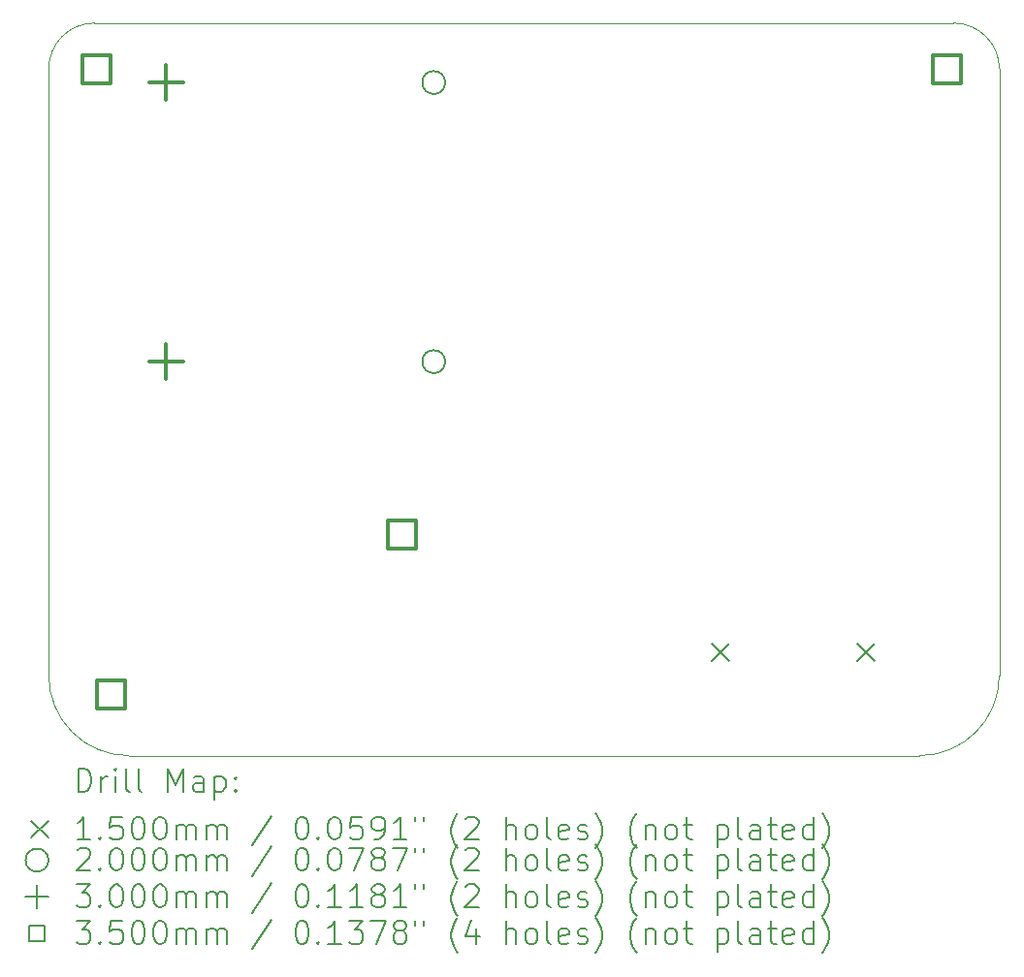
<source format=gbr>
%TF.GenerationSoftware,KiCad,Pcbnew,9.0.3*%
%TF.CreationDate,2025-07-11T17:05:40-05:00*%
%TF.ProjectId,Projects,50726f6a-6563-4747-932e-6b696361645f,11/07/2026*%
%TF.SameCoordinates,Original*%
%TF.FileFunction,Drillmap*%
%TF.FilePolarity,Positive*%
%FSLAX45Y45*%
G04 Gerber Fmt 4.5, Leading zero omitted, Abs format (unit mm)*
G04 Created by KiCad (PCBNEW 9.0.3) date 2025-07-11 17:05:40*
%MOMM*%
%LPD*%
G01*
G04 APERTURE LIST*
%ADD10C,0.050000*%
%ADD11C,0.200000*%
%ADD12C,0.150000*%
%ADD13C,0.300000*%
%ADD14C,0.350000*%
G04 APERTURE END LIST*
D10*
X13200000Y-5500000D02*
G75*
G02*
X13600000Y-5900000I0J-400000D01*
G01*
X5300000Y-5900000D02*
G75*
G02*
X5700000Y-5500000I400000J0D01*
G01*
X5300000Y-5900000D02*
X5300000Y-11200000D01*
X6000000Y-11900000D02*
G75*
G02*
X5300000Y-11200000I0J700000D01*
G01*
X13600000Y-5900000D02*
X13600000Y-11200000D01*
X5700000Y-5500000D02*
X13200000Y-5500000D01*
X13600000Y-11200000D02*
G75*
G02*
X12900000Y-11900000I-700000J0D01*
G01*
X6000000Y-11900000D02*
X12900000Y-11900000D01*
D11*
D12*
X11088000Y-10921000D02*
X11238000Y-11071000D01*
X11238000Y-10921000D02*
X11088000Y-11071000D01*
X12358000Y-10921000D02*
X12508000Y-11071000D01*
X12508000Y-10921000D02*
X12358000Y-11071000D01*
D11*
X8761400Y-6019800D02*
G75*
G02*
X8561400Y-6019800I-100000J0D01*
G01*
X8561400Y-6019800D02*
G75*
G02*
X8761400Y-6019800I100000J0D01*
G01*
X8761400Y-8458200D02*
G75*
G02*
X8561400Y-8458200I-100000J0D01*
G01*
X8561400Y-8458200D02*
G75*
G02*
X8761400Y-8458200I100000J0D01*
G01*
D13*
X6324600Y-5869800D02*
X6324600Y-6169800D01*
X6174600Y-6019800D02*
X6474600Y-6019800D01*
X6324600Y-8308200D02*
X6324600Y-8608200D01*
X6174600Y-8458200D02*
X6474600Y-8458200D01*
D14*
X5838745Y-6029245D02*
X5838745Y-5781755D01*
X5591255Y-5781755D01*
X5591255Y-6029245D01*
X5838745Y-6029245D01*
X5965745Y-11490245D02*
X5965745Y-11242755D01*
X5718255Y-11242755D01*
X5718255Y-11490245D01*
X5965745Y-11490245D01*
X8505745Y-10093245D02*
X8505745Y-9845755D01*
X8258255Y-9845755D01*
X8258255Y-10093245D01*
X8505745Y-10093245D01*
X13268245Y-6029245D02*
X13268245Y-5781755D01*
X13020755Y-5781755D01*
X13020755Y-6029245D01*
X13268245Y-6029245D01*
D11*
X5558277Y-12213984D02*
X5558277Y-12013984D01*
X5558277Y-12013984D02*
X5605896Y-12013984D01*
X5605896Y-12013984D02*
X5634467Y-12023508D01*
X5634467Y-12023508D02*
X5653515Y-12042555D01*
X5653515Y-12042555D02*
X5663039Y-12061603D01*
X5663039Y-12061603D02*
X5672562Y-12099698D01*
X5672562Y-12099698D02*
X5672562Y-12128269D01*
X5672562Y-12128269D02*
X5663039Y-12166365D01*
X5663039Y-12166365D02*
X5653515Y-12185412D01*
X5653515Y-12185412D02*
X5634467Y-12204460D01*
X5634467Y-12204460D02*
X5605896Y-12213984D01*
X5605896Y-12213984D02*
X5558277Y-12213984D01*
X5758277Y-12213984D02*
X5758277Y-12080650D01*
X5758277Y-12118746D02*
X5767801Y-12099698D01*
X5767801Y-12099698D02*
X5777324Y-12090174D01*
X5777324Y-12090174D02*
X5796372Y-12080650D01*
X5796372Y-12080650D02*
X5815420Y-12080650D01*
X5882086Y-12213984D02*
X5882086Y-12080650D01*
X5882086Y-12013984D02*
X5872562Y-12023508D01*
X5872562Y-12023508D02*
X5882086Y-12033031D01*
X5882086Y-12033031D02*
X5891610Y-12023508D01*
X5891610Y-12023508D02*
X5882086Y-12013984D01*
X5882086Y-12013984D02*
X5882086Y-12033031D01*
X6005896Y-12213984D02*
X5986848Y-12204460D01*
X5986848Y-12204460D02*
X5977324Y-12185412D01*
X5977324Y-12185412D02*
X5977324Y-12013984D01*
X6110658Y-12213984D02*
X6091610Y-12204460D01*
X6091610Y-12204460D02*
X6082086Y-12185412D01*
X6082086Y-12185412D02*
X6082086Y-12013984D01*
X6339229Y-12213984D02*
X6339229Y-12013984D01*
X6339229Y-12013984D02*
X6405896Y-12156841D01*
X6405896Y-12156841D02*
X6472562Y-12013984D01*
X6472562Y-12013984D02*
X6472562Y-12213984D01*
X6653515Y-12213984D02*
X6653515Y-12109222D01*
X6653515Y-12109222D02*
X6643991Y-12090174D01*
X6643991Y-12090174D02*
X6624943Y-12080650D01*
X6624943Y-12080650D02*
X6586848Y-12080650D01*
X6586848Y-12080650D02*
X6567801Y-12090174D01*
X6653515Y-12204460D02*
X6634467Y-12213984D01*
X6634467Y-12213984D02*
X6586848Y-12213984D01*
X6586848Y-12213984D02*
X6567801Y-12204460D01*
X6567801Y-12204460D02*
X6558277Y-12185412D01*
X6558277Y-12185412D02*
X6558277Y-12166365D01*
X6558277Y-12166365D02*
X6567801Y-12147317D01*
X6567801Y-12147317D02*
X6586848Y-12137793D01*
X6586848Y-12137793D02*
X6634467Y-12137793D01*
X6634467Y-12137793D02*
X6653515Y-12128269D01*
X6748753Y-12080650D02*
X6748753Y-12280650D01*
X6748753Y-12090174D02*
X6767801Y-12080650D01*
X6767801Y-12080650D02*
X6805896Y-12080650D01*
X6805896Y-12080650D02*
X6824943Y-12090174D01*
X6824943Y-12090174D02*
X6834467Y-12099698D01*
X6834467Y-12099698D02*
X6843991Y-12118746D01*
X6843991Y-12118746D02*
X6843991Y-12175888D01*
X6843991Y-12175888D02*
X6834467Y-12194936D01*
X6834467Y-12194936D02*
X6824943Y-12204460D01*
X6824943Y-12204460D02*
X6805896Y-12213984D01*
X6805896Y-12213984D02*
X6767801Y-12213984D01*
X6767801Y-12213984D02*
X6748753Y-12204460D01*
X6929705Y-12194936D02*
X6939229Y-12204460D01*
X6939229Y-12204460D02*
X6929705Y-12213984D01*
X6929705Y-12213984D02*
X6920182Y-12204460D01*
X6920182Y-12204460D02*
X6929705Y-12194936D01*
X6929705Y-12194936D02*
X6929705Y-12213984D01*
X6929705Y-12090174D02*
X6939229Y-12099698D01*
X6939229Y-12099698D02*
X6929705Y-12109222D01*
X6929705Y-12109222D02*
X6920182Y-12099698D01*
X6920182Y-12099698D02*
X6929705Y-12090174D01*
X6929705Y-12090174D02*
X6929705Y-12109222D01*
D12*
X5147500Y-12467500D02*
X5297500Y-12617500D01*
X5297500Y-12467500D02*
X5147500Y-12617500D01*
D11*
X5663039Y-12633984D02*
X5548753Y-12633984D01*
X5605896Y-12633984D02*
X5605896Y-12433984D01*
X5605896Y-12433984D02*
X5586848Y-12462555D01*
X5586848Y-12462555D02*
X5567801Y-12481603D01*
X5567801Y-12481603D02*
X5548753Y-12491127D01*
X5748753Y-12614936D02*
X5758277Y-12624460D01*
X5758277Y-12624460D02*
X5748753Y-12633984D01*
X5748753Y-12633984D02*
X5739229Y-12624460D01*
X5739229Y-12624460D02*
X5748753Y-12614936D01*
X5748753Y-12614936D02*
X5748753Y-12633984D01*
X5939229Y-12433984D02*
X5843991Y-12433984D01*
X5843991Y-12433984D02*
X5834467Y-12529222D01*
X5834467Y-12529222D02*
X5843991Y-12519698D01*
X5843991Y-12519698D02*
X5863039Y-12510174D01*
X5863039Y-12510174D02*
X5910658Y-12510174D01*
X5910658Y-12510174D02*
X5929705Y-12519698D01*
X5929705Y-12519698D02*
X5939229Y-12529222D01*
X5939229Y-12529222D02*
X5948753Y-12548269D01*
X5948753Y-12548269D02*
X5948753Y-12595888D01*
X5948753Y-12595888D02*
X5939229Y-12614936D01*
X5939229Y-12614936D02*
X5929705Y-12624460D01*
X5929705Y-12624460D02*
X5910658Y-12633984D01*
X5910658Y-12633984D02*
X5863039Y-12633984D01*
X5863039Y-12633984D02*
X5843991Y-12624460D01*
X5843991Y-12624460D02*
X5834467Y-12614936D01*
X6072562Y-12433984D02*
X6091610Y-12433984D01*
X6091610Y-12433984D02*
X6110658Y-12443508D01*
X6110658Y-12443508D02*
X6120182Y-12453031D01*
X6120182Y-12453031D02*
X6129705Y-12472079D01*
X6129705Y-12472079D02*
X6139229Y-12510174D01*
X6139229Y-12510174D02*
X6139229Y-12557793D01*
X6139229Y-12557793D02*
X6129705Y-12595888D01*
X6129705Y-12595888D02*
X6120182Y-12614936D01*
X6120182Y-12614936D02*
X6110658Y-12624460D01*
X6110658Y-12624460D02*
X6091610Y-12633984D01*
X6091610Y-12633984D02*
X6072562Y-12633984D01*
X6072562Y-12633984D02*
X6053515Y-12624460D01*
X6053515Y-12624460D02*
X6043991Y-12614936D01*
X6043991Y-12614936D02*
X6034467Y-12595888D01*
X6034467Y-12595888D02*
X6024943Y-12557793D01*
X6024943Y-12557793D02*
X6024943Y-12510174D01*
X6024943Y-12510174D02*
X6034467Y-12472079D01*
X6034467Y-12472079D02*
X6043991Y-12453031D01*
X6043991Y-12453031D02*
X6053515Y-12443508D01*
X6053515Y-12443508D02*
X6072562Y-12433984D01*
X6263039Y-12433984D02*
X6282086Y-12433984D01*
X6282086Y-12433984D02*
X6301134Y-12443508D01*
X6301134Y-12443508D02*
X6310658Y-12453031D01*
X6310658Y-12453031D02*
X6320182Y-12472079D01*
X6320182Y-12472079D02*
X6329705Y-12510174D01*
X6329705Y-12510174D02*
X6329705Y-12557793D01*
X6329705Y-12557793D02*
X6320182Y-12595888D01*
X6320182Y-12595888D02*
X6310658Y-12614936D01*
X6310658Y-12614936D02*
X6301134Y-12624460D01*
X6301134Y-12624460D02*
X6282086Y-12633984D01*
X6282086Y-12633984D02*
X6263039Y-12633984D01*
X6263039Y-12633984D02*
X6243991Y-12624460D01*
X6243991Y-12624460D02*
X6234467Y-12614936D01*
X6234467Y-12614936D02*
X6224943Y-12595888D01*
X6224943Y-12595888D02*
X6215420Y-12557793D01*
X6215420Y-12557793D02*
X6215420Y-12510174D01*
X6215420Y-12510174D02*
X6224943Y-12472079D01*
X6224943Y-12472079D02*
X6234467Y-12453031D01*
X6234467Y-12453031D02*
X6243991Y-12443508D01*
X6243991Y-12443508D02*
X6263039Y-12433984D01*
X6415420Y-12633984D02*
X6415420Y-12500650D01*
X6415420Y-12519698D02*
X6424943Y-12510174D01*
X6424943Y-12510174D02*
X6443991Y-12500650D01*
X6443991Y-12500650D02*
X6472563Y-12500650D01*
X6472563Y-12500650D02*
X6491610Y-12510174D01*
X6491610Y-12510174D02*
X6501134Y-12529222D01*
X6501134Y-12529222D02*
X6501134Y-12633984D01*
X6501134Y-12529222D02*
X6510658Y-12510174D01*
X6510658Y-12510174D02*
X6529705Y-12500650D01*
X6529705Y-12500650D02*
X6558277Y-12500650D01*
X6558277Y-12500650D02*
X6577324Y-12510174D01*
X6577324Y-12510174D02*
X6586848Y-12529222D01*
X6586848Y-12529222D02*
X6586848Y-12633984D01*
X6682086Y-12633984D02*
X6682086Y-12500650D01*
X6682086Y-12519698D02*
X6691610Y-12510174D01*
X6691610Y-12510174D02*
X6710658Y-12500650D01*
X6710658Y-12500650D02*
X6739229Y-12500650D01*
X6739229Y-12500650D02*
X6758277Y-12510174D01*
X6758277Y-12510174D02*
X6767801Y-12529222D01*
X6767801Y-12529222D02*
X6767801Y-12633984D01*
X6767801Y-12529222D02*
X6777324Y-12510174D01*
X6777324Y-12510174D02*
X6796372Y-12500650D01*
X6796372Y-12500650D02*
X6824943Y-12500650D01*
X6824943Y-12500650D02*
X6843991Y-12510174D01*
X6843991Y-12510174D02*
X6853515Y-12529222D01*
X6853515Y-12529222D02*
X6853515Y-12633984D01*
X7243991Y-12424460D02*
X7072563Y-12681603D01*
X7501134Y-12433984D02*
X7520182Y-12433984D01*
X7520182Y-12433984D02*
X7539229Y-12443508D01*
X7539229Y-12443508D02*
X7548753Y-12453031D01*
X7548753Y-12453031D02*
X7558277Y-12472079D01*
X7558277Y-12472079D02*
X7567801Y-12510174D01*
X7567801Y-12510174D02*
X7567801Y-12557793D01*
X7567801Y-12557793D02*
X7558277Y-12595888D01*
X7558277Y-12595888D02*
X7548753Y-12614936D01*
X7548753Y-12614936D02*
X7539229Y-12624460D01*
X7539229Y-12624460D02*
X7520182Y-12633984D01*
X7520182Y-12633984D02*
X7501134Y-12633984D01*
X7501134Y-12633984D02*
X7482086Y-12624460D01*
X7482086Y-12624460D02*
X7472563Y-12614936D01*
X7472563Y-12614936D02*
X7463039Y-12595888D01*
X7463039Y-12595888D02*
X7453515Y-12557793D01*
X7453515Y-12557793D02*
X7453515Y-12510174D01*
X7453515Y-12510174D02*
X7463039Y-12472079D01*
X7463039Y-12472079D02*
X7472563Y-12453031D01*
X7472563Y-12453031D02*
X7482086Y-12443508D01*
X7482086Y-12443508D02*
X7501134Y-12433984D01*
X7653515Y-12614936D02*
X7663039Y-12624460D01*
X7663039Y-12624460D02*
X7653515Y-12633984D01*
X7653515Y-12633984D02*
X7643991Y-12624460D01*
X7643991Y-12624460D02*
X7653515Y-12614936D01*
X7653515Y-12614936D02*
X7653515Y-12633984D01*
X7786848Y-12433984D02*
X7805896Y-12433984D01*
X7805896Y-12433984D02*
X7824944Y-12443508D01*
X7824944Y-12443508D02*
X7834467Y-12453031D01*
X7834467Y-12453031D02*
X7843991Y-12472079D01*
X7843991Y-12472079D02*
X7853515Y-12510174D01*
X7853515Y-12510174D02*
X7853515Y-12557793D01*
X7853515Y-12557793D02*
X7843991Y-12595888D01*
X7843991Y-12595888D02*
X7834467Y-12614936D01*
X7834467Y-12614936D02*
X7824944Y-12624460D01*
X7824944Y-12624460D02*
X7805896Y-12633984D01*
X7805896Y-12633984D02*
X7786848Y-12633984D01*
X7786848Y-12633984D02*
X7767801Y-12624460D01*
X7767801Y-12624460D02*
X7758277Y-12614936D01*
X7758277Y-12614936D02*
X7748753Y-12595888D01*
X7748753Y-12595888D02*
X7739229Y-12557793D01*
X7739229Y-12557793D02*
X7739229Y-12510174D01*
X7739229Y-12510174D02*
X7748753Y-12472079D01*
X7748753Y-12472079D02*
X7758277Y-12453031D01*
X7758277Y-12453031D02*
X7767801Y-12443508D01*
X7767801Y-12443508D02*
X7786848Y-12433984D01*
X8034467Y-12433984D02*
X7939229Y-12433984D01*
X7939229Y-12433984D02*
X7929706Y-12529222D01*
X7929706Y-12529222D02*
X7939229Y-12519698D01*
X7939229Y-12519698D02*
X7958277Y-12510174D01*
X7958277Y-12510174D02*
X8005896Y-12510174D01*
X8005896Y-12510174D02*
X8024944Y-12519698D01*
X8024944Y-12519698D02*
X8034467Y-12529222D01*
X8034467Y-12529222D02*
X8043991Y-12548269D01*
X8043991Y-12548269D02*
X8043991Y-12595888D01*
X8043991Y-12595888D02*
X8034467Y-12614936D01*
X8034467Y-12614936D02*
X8024944Y-12624460D01*
X8024944Y-12624460D02*
X8005896Y-12633984D01*
X8005896Y-12633984D02*
X7958277Y-12633984D01*
X7958277Y-12633984D02*
X7939229Y-12624460D01*
X7939229Y-12624460D02*
X7929706Y-12614936D01*
X8139229Y-12633984D02*
X8177325Y-12633984D01*
X8177325Y-12633984D02*
X8196372Y-12624460D01*
X8196372Y-12624460D02*
X8205896Y-12614936D01*
X8205896Y-12614936D02*
X8224944Y-12586365D01*
X8224944Y-12586365D02*
X8234467Y-12548269D01*
X8234467Y-12548269D02*
X8234467Y-12472079D01*
X8234467Y-12472079D02*
X8224944Y-12453031D01*
X8224944Y-12453031D02*
X8215420Y-12443508D01*
X8215420Y-12443508D02*
X8196372Y-12433984D01*
X8196372Y-12433984D02*
X8158277Y-12433984D01*
X8158277Y-12433984D02*
X8139229Y-12443508D01*
X8139229Y-12443508D02*
X8129706Y-12453031D01*
X8129706Y-12453031D02*
X8120182Y-12472079D01*
X8120182Y-12472079D02*
X8120182Y-12519698D01*
X8120182Y-12519698D02*
X8129706Y-12538746D01*
X8129706Y-12538746D02*
X8139229Y-12548269D01*
X8139229Y-12548269D02*
X8158277Y-12557793D01*
X8158277Y-12557793D02*
X8196372Y-12557793D01*
X8196372Y-12557793D02*
X8215420Y-12548269D01*
X8215420Y-12548269D02*
X8224944Y-12538746D01*
X8224944Y-12538746D02*
X8234467Y-12519698D01*
X8424944Y-12633984D02*
X8310658Y-12633984D01*
X8367801Y-12633984D02*
X8367801Y-12433984D01*
X8367801Y-12433984D02*
X8348753Y-12462555D01*
X8348753Y-12462555D02*
X8329706Y-12481603D01*
X8329706Y-12481603D02*
X8310658Y-12491127D01*
X8501134Y-12433984D02*
X8501134Y-12472079D01*
X8577325Y-12433984D02*
X8577325Y-12472079D01*
X8872563Y-12710174D02*
X8863039Y-12700650D01*
X8863039Y-12700650D02*
X8843991Y-12672079D01*
X8843991Y-12672079D02*
X8834468Y-12653031D01*
X8834468Y-12653031D02*
X8824944Y-12624460D01*
X8824944Y-12624460D02*
X8815420Y-12576841D01*
X8815420Y-12576841D02*
X8815420Y-12538746D01*
X8815420Y-12538746D02*
X8824944Y-12491127D01*
X8824944Y-12491127D02*
X8834468Y-12462555D01*
X8834468Y-12462555D02*
X8843991Y-12443508D01*
X8843991Y-12443508D02*
X8863039Y-12414936D01*
X8863039Y-12414936D02*
X8872563Y-12405412D01*
X8939230Y-12453031D02*
X8948753Y-12443508D01*
X8948753Y-12443508D02*
X8967801Y-12433984D01*
X8967801Y-12433984D02*
X9015420Y-12433984D01*
X9015420Y-12433984D02*
X9034468Y-12443508D01*
X9034468Y-12443508D02*
X9043991Y-12453031D01*
X9043991Y-12453031D02*
X9053515Y-12472079D01*
X9053515Y-12472079D02*
X9053515Y-12491127D01*
X9053515Y-12491127D02*
X9043991Y-12519698D01*
X9043991Y-12519698D02*
X8929706Y-12633984D01*
X8929706Y-12633984D02*
X9053515Y-12633984D01*
X9291611Y-12633984D02*
X9291611Y-12433984D01*
X9377325Y-12633984D02*
X9377325Y-12529222D01*
X9377325Y-12529222D02*
X9367801Y-12510174D01*
X9367801Y-12510174D02*
X9348753Y-12500650D01*
X9348753Y-12500650D02*
X9320182Y-12500650D01*
X9320182Y-12500650D02*
X9301134Y-12510174D01*
X9301134Y-12510174D02*
X9291611Y-12519698D01*
X9501134Y-12633984D02*
X9482087Y-12624460D01*
X9482087Y-12624460D02*
X9472563Y-12614936D01*
X9472563Y-12614936D02*
X9463039Y-12595888D01*
X9463039Y-12595888D02*
X9463039Y-12538746D01*
X9463039Y-12538746D02*
X9472563Y-12519698D01*
X9472563Y-12519698D02*
X9482087Y-12510174D01*
X9482087Y-12510174D02*
X9501134Y-12500650D01*
X9501134Y-12500650D02*
X9529706Y-12500650D01*
X9529706Y-12500650D02*
X9548753Y-12510174D01*
X9548753Y-12510174D02*
X9558277Y-12519698D01*
X9558277Y-12519698D02*
X9567801Y-12538746D01*
X9567801Y-12538746D02*
X9567801Y-12595888D01*
X9567801Y-12595888D02*
X9558277Y-12614936D01*
X9558277Y-12614936D02*
X9548753Y-12624460D01*
X9548753Y-12624460D02*
X9529706Y-12633984D01*
X9529706Y-12633984D02*
X9501134Y-12633984D01*
X9682087Y-12633984D02*
X9663039Y-12624460D01*
X9663039Y-12624460D02*
X9653515Y-12605412D01*
X9653515Y-12605412D02*
X9653515Y-12433984D01*
X9834468Y-12624460D02*
X9815420Y-12633984D01*
X9815420Y-12633984D02*
X9777325Y-12633984D01*
X9777325Y-12633984D02*
X9758277Y-12624460D01*
X9758277Y-12624460D02*
X9748753Y-12605412D01*
X9748753Y-12605412D02*
X9748753Y-12529222D01*
X9748753Y-12529222D02*
X9758277Y-12510174D01*
X9758277Y-12510174D02*
X9777325Y-12500650D01*
X9777325Y-12500650D02*
X9815420Y-12500650D01*
X9815420Y-12500650D02*
X9834468Y-12510174D01*
X9834468Y-12510174D02*
X9843992Y-12529222D01*
X9843992Y-12529222D02*
X9843992Y-12548269D01*
X9843992Y-12548269D02*
X9748753Y-12567317D01*
X9920182Y-12624460D02*
X9939230Y-12633984D01*
X9939230Y-12633984D02*
X9977325Y-12633984D01*
X9977325Y-12633984D02*
X9996373Y-12624460D01*
X9996373Y-12624460D02*
X10005896Y-12605412D01*
X10005896Y-12605412D02*
X10005896Y-12595888D01*
X10005896Y-12595888D02*
X9996373Y-12576841D01*
X9996373Y-12576841D02*
X9977325Y-12567317D01*
X9977325Y-12567317D02*
X9948753Y-12567317D01*
X9948753Y-12567317D02*
X9929706Y-12557793D01*
X9929706Y-12557793D02*
X9920182Y-12538746D01*
X9920182Y-12538746D02*
X9920182Y-12529222D01*
X9920182Y-12529222D02*
X9929706Y-12510174D01*
X9929706Y-12510174D02*
X9948753Y-12500650D01*
X9948753Y-12500650D02*
X9977325Y-12500650D01*
X9977325Y-12500650D02*
X9996373Y-12510174D01*
X10072563Y-12710174D02*
X10082087Y-12700650D01*
X10082087Y-12700650D02*
X10101134Y-12672079D01*
X10101134Y-12672079D02*
X10110658Y-12653031D01*
X10110658Y-12653031D02*
X10120182Y-12624460D01*
X10120182Y-12624460D02*
X10129706Y-12576841D01*
X10129706Y-12576841D02*
X10129706Y-12538746D01*
X10129706Y-12538746D02*
X10120182Y-12491127D01*
X10120182Y-12491127D02*
X10110658Y-12462555D01*
X10110658Y-12462555D02*
X10101134Y-12443508D01*
X10101134Y-12443508D02*
X10082087Y-12414936D01*
X10082087Y-12414936D02*
X10072563Y-12405412D01*
X10434468Y-12710174D02*
X10424944Y-12700650D01*
X10424944Y-12700650D02*
X10405896Y-12672079D01*
X10405896Y-12672079D02*
X10396373Y-12653031D01*
X10396373Y-12653031D02*
X10386849Y-12624460D01*
X10386849Y-12624460D02*
X10377325Y-12576841D01*
X10377325Y-12576841D02*
X10377325Y-12538746D01*
X10377325Y-12538746D02*
X10386849Y-12491127D01*
X10386849Y-12491127D02*
X10396373Y-12462555D01*
X10396373Y-12462555D02*
X10405896Y-12443508D01*
X10405896Y-12443508D02*
X10424944Y-12414936D01*
X10424944Y-12414936D02*
X10434468Y-12405412D01*
X10510658Y-12500650D02*
X10510658Y-12633984D01*
X10510658Y-12519698D02*
X10520182Y-12510174D01*
X10520182Y-12510174D02*
X10539230Y-12500650D01*
X10539230Y-12500650D02*
X10567801Y-12500650D01*
X10567801Y-12500650D02*
X10586849Y-12510174D01*
X10586849Y-12510174D02*
X10596373Y-12529222D01*
X10596373Y-12529222D02*
X10596373Y-12633984D01*
X10720182Y-12633984D02*
X10701134Y-12624460D01*
X10701134Y-12624460D02*
X10691611Y-12614936D01*
X10691611Y-12614936D02*
X10682087Y-12595888D01*
X10682087Y-12595888D02*
X10682087Y-12538746D01*
X10682087Y-12538746D02*
X10691611Y-12519698D01*
X10691611Y-12519698D02*
X10701134Y-12510174D01*
X10701134Y-12510174D02*
X10720182Y-12500650D01*
X10720182Y-12500650D02*
X10748754Y-12500650D01*
X10748754Y-12500650D02*
X10767801Y-12510174D01*
X10767801Y-12510174D02*
X10777325Y-12519698D01*
X10777325Y-12519698D02*
X10786849Y-12538746D01*
X10786849Y-12538746D02*
X10786849Y-12595888D01*
X10786849Y-12595888D02*
X10777325Y-12614936D01*
X10777325Y-12614936D02*
X10767801Y-12624460D01*
X10767801Y-12624460D02*
X10748754Y-12633984D01*
X10748754Y-12633984D02*
X10720182Y-12633984D01*
X10843992Y-12500650D02*
X10920182Y-12500650D01*
X10872563Y-12433984D02*
X10872563Y-12605412D01*
X10872563Y-12605412D02*
X10882087Y-12624460D01*
X10882087Y-12624460D02*
X10901134Y-12633984D01*
X10901134Y-12633984D02*
X10920182Y-12633984D01*
X11139230Y-12500650D02*
X11139230Y-12700650D01*
X11139230Y-12510174D02*
X11158277Y-12500650D01*
X11158277Y-12500650D02*
X11196373Y-12500650D01*
X11196373Y-12500650D02*
X11215420Y-12510174D01*
X11215420Y-12510174D02*
X11224944Y-12519698D01*
X11224944Y-12519698D02*
X11234468Y-12538746D01*
X11234468Y-12538746D02*
X11234468Y-12595888D01*
X11234468Y-12595888D02*
X11224944Y-12614936D01*
X11224944Y-12614936D02*
X11215420Y-12624460D01*
X11215420Y-12624460D02*
X11196373Y-12633984D01*
X11196373Y-12633984D02*
X11158277Y-12633984D01*
X11158277Y-12633984D02*
X11139230Y-12624460D01*
X11348753Y-12633984D02*
X11329706Y-12624460D01*
X11329706Y-12624460D02*
X11320182Y-12605412D01*
X11320182Y-12605412D02*
X11320182Y-12433984D01*
X11510658Y-12633984D02*
X11510658Y-12529222D01*
X11510658Y-12529222D02*
X11501134Y-12510174D01*
X11501134Y-12510174D02*
X11482087Y-12500650D01*
X11482087Y-12500650D02*
X11443992Y-12500650D01*
X11443992Y-12500650D02*
X11424944Y-12510174D01*
X11510658Y-12624460D02*
X11491611Y-12633984D01*
X11491611Y-12633984D02*
X11443992Y-12633984D01*
X11443992Y-12633984D02*
X11424944Y-12624460D01*
X11424944Y-12624460D02*
X11415420Y-12605412D01*
X11415420Y-12605412D02*
X11415420Y-12586365D01*
X11415420Y-12586365D02*
X11424944Y-12567317D01*
X11424944Y-12567317D02*
X11443992Y-12557793D01*
X11443992Y-12557793D02*
X11491611Y-12557793D01*
X11491611Y-12557793D02*
X11510658Y-12548269D01*
X11577325Y-12500650D02*
X11653515Y-12500650D01*
X11605896Y-12433984D02*
X11605896Y-12605412D01*
X11605896Y-12605412D02*
X11615420Y-12624460D01*
X11615420Y-12624460D02*
X11634468Y-12633984D01*
X11634468Y-12633984D02*
X11653515Y-12633984D01*
X11796373Y-12624460D02*
X11777325Y-12633984D01*
X11777325Y-12633984D02*
X11739230Y-12633984D01*
X11739230Y-12633984D02*
X11720182Y-12624460D01*
X11720182Y-12624460D02*
X11710658Y-12605412D01*
X11710658Y-12605412D02*
X11710658Y-12529222D01*
X11710658Y-12529222D02*
X11720182Y-12510174D01*
X11720182Y-12510174D02*
X11739230Y-12500650D01*
X11739230Y-12500650D02*
X11777325Y-12500650D01*
X11777325Y-12500650D02*
X11796373Y-12510174D01*
X11796373Y-12510174D02*
X11805896Y-12529222D01*
X11805896Y-12529222D02*
X11805896Y-12548269D01*
X11805896Y-12548269D02*
X11710658Y-12567317D01*
X11977325Y-12633984D02*
X11977325Y-12433984D01*
X11977325Y-12624460D02*
X11958277Y-12633984D01*
X11958277Y-12633984D02*
X11920182Y-12633984D01*
X11920182Y-12633984D02*
X11901134Y-12624460D01*
X11901134Y-12624460D02*
X11891611Y-12614936D01*
X11891611Y-12614936D02*
X11882087Y-12595888D01*
X11882087Y-12595888D02*
X11882087Y-12538746D01*
X11882087Y-12538746D02*
X11891611Y-12519698D01*
X11891611Y-12519698D02*
X11901134Y-12510174D01*
X11901134Y-12510174D02*
X11920182Y-12500650D01*
X11920182Y-12500650D02*
X11958277Y-12500650D01*
X11958277Y-12500650D02*
X11977325Y-12510174D01*
X12053515Y-12710174D02*
X12063039Y-12700650D01*
X12063039Y-12700650D02*
X12082087Y-12672079D01*
X12082087Y-12672079D02*
X12091611Y-12653031D01*
X12091611Y-12653031D02*
X12101134Y-12624460D01*
X12101134Y-12624460D02*
X12110658Y-12576841D01*
X12110658Y-12576841D02*
X12110658Y-12538746D01*
X12110658Y-12538746D02*
X12101134Y-12491127D01*
X12101134Y-12491127D02*
X12091611Y-12462555D01*
X12091611Y-12462555D02*
X12082087Y-12443508D01*
X12082087Y-12443508D02*
X12063039Y-12414936D01*
X12063039Y-12414936D02*
X12053515Y-12405412D01*
X5297500Y-12812500D02*
G75*
G02*
X5097500Y-12812500I-100000J0D01*
G01*
X5097500Y-12812500D02*
G75*
G02*
X5297500Y-12812500I100000J0D01*
G01*
X5548753Y-12723031D02*
X5558277Y-12713508D01*
X5558277Y-12713508D02*
X5577324Y-12703984D01*
X5577324Y-12703984D02*
X5624943Y-12703984D01*
X5624943Y-12703984D02*
X5643991Y-12713508D01*
X5643991Y-12713508D02*
X5653515Y-12723031D01*
X5653515Y-12723031D02*
X5663039Y-12742079D01*
X5663039Y-12742079D02*
X5663039Y-12761127D01*
X5663039Y-12761127D02*
X5653515Y-12789698D01*
X5653515Y-12789698D02*
X5539229Y-12903984D01*
X5539229Y-12903984D02*
X5663039Y-12903984D01*
X5748753Y-12884936D02*
X5758277Y-12894460D01*
X5758277Y-12894460D02*
X5748753Y-12903984D01*
X5748753Y-12903984D02*
X5739229Y-12894460D01*
X5739229Y-12894460D02*
X5748753Y-12884936D01*
X5748753Y-12884936D02*
X5748753Y-12903984D01*
X5882086Y-12703984D02*
X5901134Y-12703984D01*
X5901134Y-12703984D02*
X5920182Y-12713508D01*
X5920182Y-12713508D02*
X5929705Y-12723031D01*
X5929705Y-12723031D02*
X5939229Y-12742079D01*
X5939229Y-12742079D02*
X5948753Y-12780174D01*
X5948753Y-12780174D02*
X5948753Y-12827793D01*
X5948753Y-12827793D02*
X5939229Y-12865888D01*
X5939229Y-12865888D02*
X5929705Y-12884936D01*
X5929705Y-12884936D02*
X5920182Y-12894460D01*
X5920182Y-12894460D02*
X5901134Y-12903984D01*
X5901134Y-12903984D02*
X5882086Y-12903984D01*
X5882086Y-12903984D02*
X5863039Y-12894460D01*
X5863039Y-12894460D02*
X5853515Y-12884936D01*
X5853515Y-12884936D02*
X5843991Y-12865888D01*
X5843991Y-12865888D02*
X5834467Y-12827793D01*
X5834467Y-12827793D02*
X5834467Y-12780174D01*
X5834467Y-12780174D02*
X5843991Y-12742079D01*
X5843991Y-12742079D02*
X5853515Y-12723031D01*
X5853515Y-12723031D02*
X5863039Y-12713508D01*
X5863039Y-12713508D02*
X5882086Y-12703984D01*
X6072562Y-12703984D02*
X6091610Y-12703984D01*
X6091610Y-12703984D02*
X6110658Y-12713508D01*
X6110658Y-12713508D02*
X6120182Y-12723031D01*
X6120182Y-12723031D02*
X6129705Y-12742079D01*
X6129705Y-12742079D02*
X6139229Y-12780174D01*
X6139229Y-12780174D02*
X6139229Y-12827793D01*
X6139229Y-12827793D02*
X6129705Y-12865888D01*
X6129705Y-12865888D02*
X6120182Y-12884936D01*
X6120182Y-12884936D02*
X6110658Y-12894460D01*
X6110658Y-12894460D02*
X6091610Y-12903984D01*
X6091610Y-12903984D02*
X6072562Y-12903984D01*
X6072562Y-12903984D02*
X6053515Y-12894460D01*
X6053515Y-12894460D02*
X6043991Y-12884936D01*
X6043991Y-12884936D02*
X6034467Y-12865888D01*
X6034467Y-12865888D02*
X6024943Y-12827793D01*
X6024943Y-12827793D02*
X6024943Y-12780174D01*
X6024943Y-12780174D02*
X6034467Y-12742079D01*
X6034467Y-12742079D02*
X6043991Y-12723031D01*
X6043991Y-12723031D02*
X6053515Y-12713508D01*
X6053515Y-12713508D02*
X6072562Y-12703984D01*
X6263039Y-12703984D02*
X6282086Y-12703984D01*
X6282086Y-12703984D02*
X6301134Y-12713508D01*
X6301134Y-12713508D02*
X6310658Y-12723031D01*
X6310658Y-12723031D02*
X6320182Y-12742079D01*
X6320182Y-12742079D02*
X6329705Y-12780174D01*
X6329705Y-12780174D02*
X6329705Y-12827793D01*
X6329705Y-12827793D02*
X6320182Y-12865888D01*
X6320182Y-12865888D02*
X6310658Y-12884936D01*
X6310658Y-12884936D02*
X6301134Y-12894460D01*
X6301134Y-12894460D02*
X6282086Y-12903984D01*
X6282086Y-12903984D02*
X6263039Y-12903984D01*
X6263039Y-12903984D02*
X6243991Y-12894460D01*
X6243991Y-12894460D02*
X6234467Y-12884936D01*
X6234467Y-12884936D02*
X6224943Y-12865888D01*
X6224943Y-12865888D02*
X6215420Y-12827793D01*
X6215420Y-12827793D02*
X6215420Y-12780174D01*
X6215420Y-12780174D02*
X6224943Y-12742079D01*
X6224943Y-12742079D02*
X6234467Y-12723031D01*
X6234467Y-12723031D02*
X6243991Y-12713508D01*
X6243991Y-12713508D02*
X6263039Y-12703984D01*
X6415420Y-12903984D02*
X6415420Y-12770650D01*
X6415420Y-12789698D02*
X6424943Y-12780174D01*
X6424943Y-12780174D02*
X6443991Y-12770650D01*
X6443991Y-12770650D02*
X6472563Y-12770650D01*
X6472563Y-12770650D02*
X6491610Y-12780174D01*
X6491610Y-12780174D02*
X6501134Y-12799222D01*
X6501134Y-12799222D02*
X6501134Y-12903984D01*
X6501134Y-12799222D02*
X6510658Y-12780174D01*
X6510658Y-12780174D02*
X6529705Y-12770650D01*
X6529705Y-12770650D02*
X6558277Y-12770650D01*
X6558277Y-12770650D02*
X6577324Y-12780174D01*
X6577324Y-12780174D02*
X6586848Y-12799222D01*
X6586848Y-12799222D02*
X6586848Y-12903984D01*
X6682086Y-12903984D02*
X6682086Y-12770650D01*
X6682086Y-12789698D02*
X6691610Y-12780174D01*
X6691610Y-12780174D02*
X6710658Y-12770650D01*
X6710658Y-12770650D02*
X6739229Y-12770650D01*
X6739229Y-12770650D02*
X6758277Y-12780174D01*
X6758277Y-12780174D02*
X6767801Y-12799222D01*
X6767801Y-12799222D02*
X6767801Y-12903984D01*
X6767801Y-12799222D02*
X6777324Y-12780174D01*
X6777324Y-12780174D02*
X6796372Y-12770650D01*
X6796372Y-12770650D02*
X6824943Y-12770650D01*
X6824943Y-12770650D02*
X6843991Y-12780174D01*
X6843991Y-12780174D02*
X6853515Y-12799222D01*
X6853515Y-12799222D02*
X6853515Y-12903984D01*
X7243991Y-12694460D02*
X7072563Y-12951603D01*
X7501134Y-12703984D02*
X7520182Y-12703984D01*
X7520182Y-12703984D02*
X7539229Y-12713508D01*
X7539229Y-12713508D02*
X7548753Y-12723031D01*
X7548753Y-12723031D02*
X7558277Y-12742079D01*
X7558277Y-12742079D02*
X7567801Y-12780174D01*
X7567801Y-12780174D02*
X7567801Y-12827793D01*
X7567801Y-12827793D02*
X7558277Y-12865888D01*
X7558277Y-12865888D02*
X7548753Y-12884936D01*
X7548753Y-12884936D02*
X7539229Y-12894460D01*
X7539229Y-12894460D02*
X7520182Y-12903984D01*
X7520182Y-12903984D02*
X7501134Y-12903984D01*
X7501134Y-12903984D02*
X7482086Y-12894460D01*
X7482086Y-12894460D02*
X7472563Y-12884936D01*
X7472563Y-12884936D02*
X7463039Y-12865888D01*
X7463039Y-12865888D02*
X7453515Y-12827793D01*
X7453515Y-12827793D02*
X7453515Y-12780174D01*
X7453515Y-12780174D02*
X7463039Y-12742079D01*
X7463039Y-12742079D02*
X7472563Y-12723031D01*
X7472563Y-12723031D02*
X7482086Y-12713508D01*
X7482086Y-12713508D02*
X7501134Y-12703984D01*
X7653515Y-12884936D02*
X7663039Y-12894460D01*
X7663039Y-12894460D02*
X7653515Y-12903984D01*
X7653515Y-12903984D02*
X7643991Y-12894460D01*
X7643991Y-12894460D02*
X7653515Y-12884936D01*
X7653515Y-12884936D02*
X7653515Y-12903984D01*
X7786848Y-12703984D02*
X7805896Y-12703984D01*
X7805896Y-12703984D02*
X7824944Y-12713508D01*
X7824944Y-12713508D02*
X7834467Y-12723031D01*
X7834467Y-12723031D02*
X7843991Y-12742079D01*
X7843991Y-12742079D02*
X7853515Y-12780174D01*
X7853515Y-12780174D02*
X7853515Y-12827793D01*
X7853515Y-12827793D02*
X7843991Y-12865888D01*
X7843991Y-12865888D02*
X7834467Y-12884936D01*
X7834467Y-12884936D02*
X7824944Y-12894460D01*
X7824944Y-12894460D02*
X7805896Y-12903984D01*
X7805896Y-12903984D02*
X7786848Y-12903984D01*
X7786848Y-12903984D02*
X7767801Y-12894460D01*
X7767801Y-12894460D02*
X7758277Y-12884936D01*
X7758277Y-12884936D02*
X7748753Y-12865888D01*
X7748753Y-12865888D02*
X7739229Y-12827793D01*
X7739229Y-12827793D02*
X7739229Y-12780174D01*
X7739229Y-12780174D02*
X7748753Y-12742079D01*
X7748753Y-12742079D02*
X7758277Y-12723031D01*
X7758277Y-12723031D02*
X7767801Y-12713508D01*
X7767801Y-12713508D02*
X7786848Y-12703984D01*
X7920182Y-12703984D02*
X8053515Y-12703984D01*
X8053515Y-12703984D02*
X7967801Y-12903984D01*
X8158277Y-12789698D02*
X8139229Y-12780174D01*
X8139229Y-12780174D02*
X8129706Y-12770650D01*
X8129706Y-12770650D02*
X8120182Y-12751603D01*
X8120182Y-12751603D02*
X8120182Y-12742079D01*
X8120182Y-12742079D02*
X8129706Y-12723031D01*
X8129706Y-12723031D02*
X8139229Y-12713508D01*
X8139229Y-12713508D02*
X8158277Y-12703984D01*
X8158277Y-12703984D02*
X8196372Y-12703984D01*
X8196372Y-12703984D02*
X8215420Y-12713508D01*
X8215420Y-12713508D02*
X8224944Y-12723031D01*
X8224944Y-12723031D02*
X8234467Y-12742079D01*
X8234467Y-12742079D02*
X8234467Y-12751603D01*
X8234467Y-12751603D02*
X8224944Y-12770650D01*
X8224944Y-12770650D02*
X8215420Y-12780174D01*
X8215420Y-12780174D02*
X8196372Y-12789698D01*
X8196372Y-12789698D02*
X8158277Y-12789698D01*
X8158277Y-12789698D02*
X8139229Y-12799222D01*
X8139229Y-12799222D02*
X8129706Y-12808746D01*
X8129706Y-12808746D02*
X8120182Y-12827793D01*
X8120182Y-12827793D02*
X8120182Y-12865888D01*
X8120182Y-12865888D02*
X8129706Y-12884936D01*
X8129706Y-12884936D02*
X8139229Y-12894460D01*
X8139229Y-12894460D02*
X8158277Y-12903984D01*
X8158277Y-12903984D02*
X8196372Y-12903984D01*
X8196372Y-12903984D02*
X8215420Y-12894460D01*
X8215420Y-12894460D02*
X8224944Y-12884936D01*
X8224944Y-12884936D02*
X8234467Y-12865888D01*
X8234467Y-12865888D02*
X8234467Y-12827793D01*
X8234467Y-12827793D02*
X8224944Y-12808746D01*
X8224944Y-12808746D02*
X8215420Y-12799222D01*
X8215420Y-12799222D02*
X8196372Y-12789698D01*
X8301134Y-12703984D02*
X8434468Y-12703984D01*
X8434468Y-12703984D02*
X8348753Y-12903984D01*
X8501134Y-12703984D02*
X8501134Y-12742079D01*
X8577325Y-12703984D02*
X8577325Y-12742079D01*
X8872563Y-12980174D02*
X8863039Y-12970650D01*
X8863039Y-12970650D02*
X8843991Y-12942079D01*
X8843991Y-12942079D02*
X8834468Y-12923031D01*
X8834468Y-12923031D02*
X8824944Y-12894460D01*
X8824944Y-12894460D02*
X8815420Y-12846841D01*
X8815420Y-12846841D02*
X8815420Y-12808746D01*
X8815420Y-12808746D02*
X8824944Y-12761127D01*
X8824944Y-12761127D02*
X8834468Y-12732555D01*
X8834468Y-12732555D02*
X8843991Y-12713508D01*
X8843991Y-12713508D02*
X8863039Y-12684936D01*
X8863039Y-12684936D02*
X8872563Y-12675412D01*
X8939230Y-12723031D02*
X8948753Y-12713508D01*
X8948753Y-12713508D02*
X8967801Y-12703984D01*
X8967801Y-12703984D02*
X9015420Y-12703984D01*
X9015420Y-12703984D02*
X9034468Y-12713508D01*
X9034468Y-12713508D02*
X9043991Y-12723031D01*
X9043991Y-12723031D02*
X9053515Y-12742079D01*
X9053515Y-12742079D02*
X9053515Y-12761127D01*
X9053515Y-12761127D02*
X9043991Y-12789698D01*
X9043991Y-12789698D02*
X8929706Y-12903984D01*
X8929706Y-12903984D02*
X9053515Y-12903984D01*
X9291611Y-12903984D02*
X9291611Y-12703984D01*
X9377325Y-12903984D02*
X9377325Y-12799222D01*
X9377325Y-12799222D02*
X9367801Y-12780174D01*
X9367801Y-12780174D02*
X9348753Y-12770650D01*
X9348753Y-12770650D02*
X9320182Y-12770650D01*
X9320182Y-12770650D02*
X9301134Y-12780174D01*
X9301134Y-12780174D02*
X9291611Y-12789698D01*
X9501134Y-12903984D02*
X9482087Y-12894460D01*
X9482087Y-12894460D02*
X9472563Y-12884936D01*
X9472563Y-12884936D02*
X9463039Y-12865888D01*
X9463039Y-12865888D02*
X9463039Y-12808746D01*
X9463039Y-12808746D02*
X9472563Y-12789698D01*
X9472563Y-12789698D02*
X9482087Y-12780174D01*
X9482087Y-12780174D02*
X9501134Y-12770650D01*
X9501134Y-12770650D02*
X9529706Y-12770650D01*
X9529706Y-12770650D02*
X9548753Y-12780174D01*
X9548753Y-12780174D02*
X9558277Y-12789698D01*
X9558277Y-12789698D02*
X9567801Y-12808746D01*
X9567801Y-12808746D02*
X9567801Y-12865888D01*
X9567801Y-12865888D02*
X9558277Y-12884936D01*
X9558277Y-12884936D02*
X9548753Y-12894460D01*
X9548753Y-12894460D02*
X9529706Y-12903984D01*
X9529706Y-12903984D02*
X9501134Y-12903984D01*
X9682087Y-12903984D02*
X9663039Y-12894460D01*
X9663039Y-12894460D02*
X9653515Y-12875412D01*
X9653515Y-12875412D02*
X9653515Y-12703984D01*
X9834468Y-12894460D02*
X9815420Y-12903984D01*
X9815420Y-12903984D02*
X9777325Y-12903984D01*
X9777325Y-12903984D02*
X9758277Y-12894460D01*
X9758277Y-12894460D02*
X9748753Y-12875412D01*
X9748753Y-12875412D02*
X9748753Y-12799222D01*
X9748753Y-12799222D02*
X9758277Y-12780174D01*
X9758277Y-12780174D02*
X9777325Y-12770650D01*
X9777325Y-12770650D02*
X9815420Y-12770650D01*
X9815420Y-12770650D02*
X9834468Y-12780174D01*
X9834468Y-12780174D02*
X9843992Y-12799222D01*
X9843992Y-12799222D02*
X9843992Y-12818269D01*
X9843992Y-12818269D02*
X9748753Y-12837317D01*
X9920182Y-12894460D02*
X9939230Y-12903984D01*
X9939230Y-12903984D02*
X9977325Y-12903984D01*
X9977325Y-12903984D02*
X9996373Y-12894460D01*
X9996373Y-12894460D02*
X10005896Y-12875412D01*
X10005896Y-12875412D02*
X10005896Y-12865888D01*
X10005896Y-12865888D02*
X9996373Y-12846841D01*
X9996373Y-12846841D02*
X9977325Y-12837317D01*
X9977325Y-12837317D02*
X9948753Y-12837317D01*
X9948753Y-12837317D02*
X9929706Y-12827793D01*
X9929706Y-12827793D02*
X9920182Y-12808746D01*
X9920182Y-12808746D02*
X9920182Y-12799222D01*
X9920182Y-12799222D02*
X9929706Y-12780174D01*
X9929706Y-12780174D02*
X9948753Y-12770650D01*
X9948753Y-12770650D02*
X9977325Y-12770650D01*
X9977325Y-12770650D02*
X9996373Y-12780174D01*
X10072563Y-12980174D02*
X10082087Y-12970650D01*
X10082087Y-12970650D02*
X10101134Y-12942079D01*
X10101134Y-12942079D02*
X10110658Y-12923031D01*
X10110658Y-12923031D02*
X10120182Y-12894460D01*
X10120182Y-12894460D02*
X10129706Y-12846841D01*
X10129706Y-12846841D02*
X10129706Y-12808746D01*
X10129706Y-12808746D02*
X10120182Y-12761127D01*
X10120182Y-12761127D02*
X10110658Y-12732555D01*
X10110658Y-12732555D02*
X10101134Y-12713508D01*
X10101134Y-12713508D02*
X10082087Y-12684936D01*
X10082087Y-12684936D02*
X10072563Y-12675412D01*
X10434468Y-12980174D02*
X10424944Y-12970650D01*
X10424944Y-12970650D02*
X10405896Y-12942079D01*
X10405896Y-12942079D02*
X10396373Y-12923031D01*
X10396373Y-12923031D02*
X10386849Y-12894460D01*
X10386849Y-12894460D02*
X10377325Y-12846841D01*
X10377325Y-12846841D02*
X10377325Y-12808746D01*
X10377325Y-12808746D02*
X10386849Y-12761127D01*
X10386849Y-12761127D02*
X10396373Y-12732555D01*
X10396373Y-12732555D02*
X10405896Y-12713508D01*
X10405896Y-12713508D02*
X10424944Y-12684936D01*
X10424944Y-12684936D02*
X10434468Y-12675412D01*
X10510658Y-12770650D02*
X10510658Y-12903984D01*
X10510658Y-12789698D02*
X10520182Y-12780174D01*
X10520182Y-12780174D02*
X10539230Y-12770650D01*
X10539230Y-12770650D02*
X10567801Y-12770650D01*
X10567801Y-12770650D02*
X10586849Y-12780174D01*
X10586849Y-12780174D02*
X10596373Y-12799222D01*
X10596373Y-12799222D02*
X10596373Y-12903984D01*
X10720182Y-12903984D02*
X10701134Y-12894460D01*
X10701134Y-12894460D02*
X10691611Y-12884936D01*
X10691611Y-12884936D02*
X10682087Y-12865888D01*
X10682087Y-12865888D02*
X10682087Y-12808746D01*
X10682087Y-12808746D02*
X10691611Y-12789698D01*
X10691611Y-12789698D02*
X10701134Y-12780174D01*
X10701134Y-12780174D02*
X10720182Y-12770650D01*
X10720182Y-12770650D02*
X10748754Y-12770650D01*
X10748754Y-12770650D02*
X10767801Y-12780174D01*
X10767801Y-12780174D02*
X10777325Y-12789698D01*
X10777325Y-12789698D02*
X10786849Y-12808746D01*
X10786849Y-12808746D02*
X10786849Y-12865888D01*
X10786849Y-12865888D02*
X10777325Y-12884936D01*
X10777325Y-12884936D02*
X10767801Y-12894460D01*
X10767801Y-12894460D02*
X10748754Y-12903984D01*
X10748754Y-12903984D02*
X10720182Y-12903984D01*
X10843992Y-12770650D02*
X10920182Y-12770650D01*
X10872563Y-12703984D02*
X10872563Y-12875412D01*
X10872563Y-12875412D02*
X10882087Y-12894460D01*
X10882087Y-12894460D02*
X10901134Y-12903984D01*
X10901134Y-12903984D02*
X10920182Y-12903984D01*
X11139230Y-12770650D02*
X11139230Y-12970650D01*
X11139230Y-12780174D02*
X11158277Y-12770650D01*
X11158277Y-12770650D02*
X11196373Y-12770650D01*
X11196373Y-12770650D02*
X11215420Y-12780174D01*
X11215420Y-12780174D02*
X11224944Y-12789698D01*
X11224944Y-12789698D02*
X11234468Y-12808746D01*
X11234468Y-12808746D02*
X11234468Y-12865888D01*
X11234468Y-12865888D02*
X11224944Y-12884936D01*
X11224944Y-12884936D02*
X11215420Y-12894460D01*
X11215420Y-12894460D02*
X11196373Y-12903984D01*
X11196373Y-12903984D02*
X11158277Y-12903984D01*
X11158277Y-12903984D02*
X11139230Y-12894460D01*
X11348753Y-12903984D02*
X11329706Y-12894460D01*
X11329706Y-12894460D02*
X11320182Y-12875412D01*
X11320182Y-12875412D02*
X11320182Y-12703984D01*
X11510658Y-12903984D02*
X11510658Y-12799222D01*
X11510658Y-12799222D02*
X11501134Y-12780174D01*
X11501134Y-12780174D02*
X11482087Y-12770650D01*
X11482087Y-12770650D02*
X11443992Y-12770650D01*
X11443992Y-12770650D02*
X11424944Y-12780174D01*
X11510658Y-12894460D02*
X11491611Y-12903984D01*
X11491611Y-12903984D02*
X11443992Y-12903984D01*
X11443992Y-12903984D02*
X11424944Y-12894460D01*
X11424944Y-12894460D02*
X11415420Y-12875412D01*
X11415420Y-12875412D02*
X11415420Y-12856365D01*
X11415420Y-12856365D02*
X11424944Y-12837317D01*
X11424944Y-12837317D02*
X11443992Y-12827793D01*
X11443992Y-12827793D02*
X11491611Y-12827793D01*
X11491611Y-12827793D02*
X11510658Y-12818269D01*
X11577325Y-12770650D02*
X11653515Y-12770650D01*
X11605896Y-12703984D02*
X11605896Y-12875412D01*
X11605896Y-12875412D02*
X11615420Y-12894460D01*
X11615420Y-12894460D02*
X11634468Y-12903984D01*
X11634468Y-12903984D02*
X11653515Y-12903984D01*
X11796373Y-12894460D02*
X11777325Y-12903984D01*
X11777325Y-12903984D02*
X11739230Y-12903984D01*
X11739230Y-12903984D02*
X11720182Y-12894460D01*
X11720182Y-12894460D02*
X11710658Y-12875412D01*
X11710658Y-12875412D02*
X11710658Y-12799222D01*
X11710658Y-12799222D02*
X11720182Y-12780174D01*
X11720182Y-12780174D02*
X11739230Y-12770650D01*
X11739230Y-12770650D02*
X11777325Y-12770650D01*
X11777325Y-12770650D02*
X11796373Y-12780174D01*
X11796373Y-12780174D02*
X11805896Y-12799222D01*
X11805896Y-12799222D02*
X11805896Y-12818269D01*
X11805896Y-12818269D02*
X11710658Y-12837317D01*
X11977325Y-12903984D02*
X11977325Y-12703984D01*
X11977325Y-12894460D02*
X11958277Y-12903984D01*
X11958277Y-12903984D02*
X11920182Y-12903984D01*
X11920182Y-12903984D02*
X11901134Y-12894460D01*
X11901134Y-12894460D02*
X11891611Y-12884936D01*
X11891611Y-12884936D02*
X11882087Y-12865888D01*
X11882087Y-12865888D02*
X11882087Y-12808746D01*
X11882087Y-12808746D02*
X11891611Y-12789698D01*
X11891611Y-12789698D02*
X11901134Y-12780174D01*
X11901134Y-12780174D02*
X11920182Y-12770650D01*
X11920182Y-12770650D02*
X11958277Y-12770650D01*
X11958277Y-12770650D02*
X11977325Y-12780174D01*
X12053515Y-12980174D02*
X12063039Y-12970650D01*
X12063039Y-12970650D02*
X12082087Y-12942079D01*
X12082087Y-12942079D02*
X12091611Y-12923031D01*
X12091611Y-12923031D02*
X12101134Y-12894460D01*
X12101134Y-12894460D02*
X12110658Y-12846841D01*
X12110658Y-12846841D02*
X12110658Y-12808746D01*
X12110658Y-12808746D02*
X12101134Y-12761127D01*
X12101134Y-12761127D02*
X12091611Y-12732555D01*
X12091611Y-12732555D02*
X12082087Y-12713508D01*
X12082087Y-12713508D02*
X12063039Y-12684936D01*
X12063039Y-12684936D02*
X12053515Y-12675412D01*
X5197500Y-13032500D02*
X5197500Y-13232500D01*
X5097500Y-13132500D02*
X5297500Y-13132500D01*
X5539229Y-13023984D02*
X5663039Y-13023984D01*
X5663039Y-13023984D02*
X5596372Y-13100174D01*
X5596372Y-13100174D02*
X5624943Y-13100174D01*
X5624943Y-13100174D02*
X5643991Y-13109698D01*
X5643991Y-13109698D02*
X5653515Y-13119222D01*
X5653515Y-13119222D02*
X5663039Y-13138269D01*
X5663039Y-13138269D02*
X5663039Y-13185888D01*
X5663039Y-13185888D02*
X5653515Y-13204936D01*
X5653515Y-13204936D02*
X5643991Y-13214460D01*
X5643991Y-13214460D02*
X5624943Y-13223984D01*
X5624943Y-13223984D02*
X5567801Y-13223984D01*
X5567801Y-13223984D02*
X5548753Y-13214460D01*
X5548753Y-13214460D02*
X5539229Y-13204936D01*
X5748753Y-13204936D02*
X5758277Y-13214460D01*
X5758277Y-13214460D02*
X5748753Y-13223984D01*
X5748753Y-13223984D02*
X5739229Y-13214460D01*
X5739229Y-13214460D02*
X5748753Y-13204936D01*
X5748753Y-13204936D02*
X5748753Y-13223984D01*
X5882086Y-13023984D02*
X5901134Y-13023984D01*
X5901134Y-13023984D02*
X5920182Y-13033508D01*
X5920182Y-13033508D02*
X5929705Y-13043031D01*
X5929705Y-13043031D02*
X5939229Y-13062079D01*
X5939229Y-13062079D02*
X5948753Y-13100174D01*
X5948753Y-13100174D02*
X5948753Y-13147793D01*
X5948753Y-13147793D02*
X5939229Y-13185888D01*
X5939229Y-13185888D02*
X5929705Y-13204936D01*
X5929705Y-13204936D02*
X5920182Y-13214460D01*
X5920182Y-13214460D02*
X5901134Y-13223984D01*
X5901134Y-13223984D02*
X5882086Y-13223984D01*
X5882086Y-13223984D02*
X5863039Y-13214460D01*
X5863039Y-13214460D02*
X5853515Y-13204936D01*
X5853515Y-13204936D02*
X5843991Y-13185888D01*
X5843991Y-13185888D02*
X5834467Y-13147793D01*
X5834467Y-13147793D02*
X5834467Y-13100174D01*
X5834467Y-13100174D02*
X5843991Y-13062079D01*
X5843991Y-13062079D02*
X5853515Y-13043031D01*
X5853515Y-13043031D02*
X5863039Y-13033508D01*
X5863039Y-13033508D02*
X5882086Y-13023984D01*
X6072562Y-13023984D02*
X6091610Y-13023984D01*
X6091610Y-13023984D02*
X6110658Y-13033508D01*
X6110658Y-13033508D02*
X6120182Y-13043031D01*
X6120182Y-13043031D02*
X6129705Y-13062079D01*
X6129705Y-13062079D02*
X6139229Y-13100174D01*
X6139229Y-13100174D02*
X6139229Y-13147793D01*
X6139229Y-13147793D02*
X6129705Y-13185888D01*
X6129705Y-13185888D02*
X6120182Y-13204936D01*
X6120182Y-13204936D02*
X6110658Y-13214460D01*
X6110658Y-13214460D02*
X6091610Y-13223984D01*
X6091610Y-13223984D02*
X6072562Y-13223984D01*
X6072562Y-13223984D02*
X6053515Y-13214460D01*
X6053515Y-13214460D02*
X6043991Y-13204936D01*
X6043991Y-13204936D02*
X6034467Y-13185888D01*
X6034467Y-13185888D02*
X6024943Y-13147793D01*
X6024943Y-13147793D02*
X6024943Y-13100174D01*
X6024943Y-13100174D02*
X6034467Y-13062079D01*
X6034467Y-13062079D02*
X6043991Y-13043031D01*
X6043991Y-13043031D02*
X6053515Y-13033508D01*
X6053515Y-13033508D02*
X6072562Y-13023984D01*
X6263039Y-13023984D02*
X6282086Y-13023984D01*
X6282086Y-13023984D02*
X6301134Y-13033508D01*
X6301134Y-13033508D02*
X6310658Y-13043031D01*
X6310658Y-13043031D02*
X6320182Y-13062079D01*
X6320182Y-13062079D02*
X6329705Y-13100174D01*
X6329705Y-13100174D02*
X6329705Y-13147793D01*
X6329705Y-13147793D02*
X6320182Y-13185888D01*
X6320182Y-13185888D02*
X6310658Y-13204936D01*
X6310658Y-13204936D02*
X6301134Y-13214460D01*
X6301134Y-13214460D02*
X6282086Y-13223984D01*
X6282086Y-13223984D02*
X6263039Y-13223984D01*
X6263039Y-13223984D02*
X6243991Y-13214460D01*
X6243991Y-13214460D02*
X6234467Y-13204936D01*
X6234467Y-13204936D02*
X6224943Y-13185888D01*
X6224943Y-13185888D02*
X6215420Y-13147793D01*
X6215420Y-13147793D02*
X6215420Y-13100174D01*
X6215420Y-13100174D02*
X6224943Y-13062079D01*
X6224943Y-13062079D02*
X6234467Y-13043031D01*
X6234467Y-13043031D02*
X6243991Y-13033508D01*
X6243991Y-13033508D02*
X6263039Y-13023984D01*
X6415420Y-13223984D02*
X6415420Y-13090650D01*
X6415420Y-13109698D02*
X6424943Y-13100174D01*
X6424943Y-13100174D02*
X6443991Y-13090650D01*
X6443991Y-13090650D02*
X6472563Y-13090650D01*
X6472563Y-13090650D02*
X6491610Y-13100174D01*
X6491610Y-13100174D02*
X6501134Y-13119222D01*
X6501134Y-13119222D02*
X6501134Y-13223984D01*
X6501134Y-13119222D02*
X6510658Y-13100174D01*
X6510658Y-13100174D02*
X6529705Y-13090650D01*
X6529705Y-13090650D02*
X6558277Y-13090650D01*
X6558277Y-13090650D02*
X6577324Y-13100174D01*
X6577324Y-13100174D02*
X6586848Y-13119222D01*
X6586848Y-13119222D02*
X6586848Y-13223984D01*
X6682086Y-13223984D02*
X6682086Y-13090650D01*
X6682086Y-13109698D02*
X6691610Y-13100174D01*
X6691610Y-13100174D02*
X6710658Y-13090650D01*
X6710658Y-13090650D02*
X6739229Y-13090650D01*
X6739229Y-13090650D02*
X6758277Y-13100174D01*
X6758277Y-13100174D02*
X6767801Y-13119222D01*
X6767801Y-13119222D02*
X6767801Y-13223984D01*
X6767801Y-13119222D02*
X6777324Y-13100174D01*
X6777324Y-13100174D02*
X6796372Y-13090650D01*
X6796372Y-13090650D02*
X6824943Y-13090650D01*
X6824943Y-13090650D02*
X6843991Y-13100174D01*
X6843991Y-13100174D02*
X6853515Y-13119222D01*
X6853515Y-13119222D02*
X6853515Y-13223984D01*
X7243991Y-13014460D02*
X7072563Y-13271603D01*
X7501134Y-13023984D02*
X7520182Y-13023984D01*
X7520182Y-13023984D02*
X7539229Y-13033508D01*
X7539229Y-13033508D02*
X7548753Y-13043031D01*
X7548753Y-13043031D02*
X7558277Y-13062079D01*
X7558277Y-13062079D02*
X7567801Y-13100174D01*
X7567801Y-13100174D02*
X7567801Y-13147793D01*
X7567801Y-13147793D02*
X7558277Y-13185888D01*
X7558277Y-13185888D02*
X7548753Y-13204936D01*
X7548753Y-13204936D02*
X7539229Y-13214460D01*
X7539229Y-13214460D02*
X7520182Y-13223984D01*
X7520182Y-13223984D02*
X7501134Y-13223984D01*
X7501134Y-13223984D02*
X7482086Y-13214460D01*
X7482086Y-13214460D02*
X7472563Y-13204936D01*
X7472563Y-13204936D02*
X7463039Y-13185888D01*
X7463039Y-13185888D02*
X7453515Y-13147793D01*
X7453515Y-13147793D02*
X7453515Y-13100174D01*
X7453515Y-13100174D02*
X7463039Y-13062079D01*
X7463039Y-13062079D02*
X7472563Y-13043031D01*
X7472563Y-13043031D02*
X7482086Y-13033508D01*
X7482086Y-13033508D02*
X7501134Y-13023984D01*
X7653515Y-13204936D02*
X7663039Y-13214460D01*
X7663039Y-13214460D02*
X7653515Y-13223984D01*
X7653515Y-13223984D02*
X7643991Y-13214460D01*
X7643991Y-13214460D02*
X7653515Y-13204936D01*
X7653515Y-13204936D02*
X7653515Y-13223984D01*
X7853515Y-13223984D02*
X7739229Y-13223984D01*
X7796372Y-13223984D02*
X7796372Y-13023984D01*
X7796372Y-13023984D02*
X7777325Y-13052555D01*
X7777325Y-13052555D02*
X7758277Y-13071603D01*
X7758277Y-13071603D02*
X7739229Y-13081127D01*
X8043991Y-13223984D02*
X7929706Y-13223984D01*
X7986848Y-13223984D02*
X7986848Y-13023984D01*
X7986848Y-13023984D02*
X7967801Y-13052555D01*
X7967801Y-13052555D02*
X7948753Y-13071603D01*
X7948753Y-13071603D02*
X7929706Y-13081127D01*
X8158277Y-13109698D02*
X8139229Y-13100174D01*
X8139229Y-13100174D02*
X8129706Y-13090650D01*
X8129706Y-13090650D02*
X8120182Y-13071603D01*
X8120182Y-13071603D02*
X8120182Y-13062079D01*
X8120182Y-13062079D02*
X8129706Y-13043031D01*
X8129706Y-13043031D02*
X8139229Y-13033508D01*
X8139229Y-13033508D02*
X8158277Y-13023984D01*
X8158277Y-13023984D02*
X8196372Y-13023984D01*
X8196372Y-13023984D02*
X8215420Y-13033508D01*
X8215420Y-13033508D02*
X8224944Y-13043031D01*
X8224944Y-13043031D02*
X8234467Y-13062079D01*
X8234467Y-13062079D02*
X8234467Y-13071603D01*
X8234467Y-13071603D02*
X8224944Y-13090650D01*
X8224944Y-13090650D02*
X8215420Y-13100174D01*
X8215420Y-13100174D02*
X8196372Y-13109698D01*
X8196372Y-13109698D02*
X8158277Y-13109698D01*
X8158277Y-13109698D02*
X8139229Y-13119222D01*
X8139229Y-13119222D02*
X8129706Y-13128746D01*
X8129706Y-13128746D02*
X8120182Y-13147793D01*
X8120182Y-13147793D02*
X8120182Y-13185888D01*
X8120182Y-13185888D02*
X8129706Y-13204936D01*
X8129706Y-13204936D02*
X8139229Y-13214460D01*
X8139229Y-13214460D02*
X8158277Y-13223984D01*
X8158277Y-13223984D02*
X8196372Y-13223984D01*
X8196372Y-13223984D02*
X8215420Y-13214460D01*
X8215420Y-13214460D02*
X8224944Y-13204936D01*
X8224944Y-13204936D02*
X8234467Y-13185888D01*
X8234467Y-13185888D02*
X8234467Y-13147793D01*
X8234467Y-13147793D02*
X8224944Y-13128746D01*
X8224944Y-13128746D02*
X8215420Y-13119222D01*
X8215420Y-13119222D02*
X8196372Y-13109698D01*
X8424944Y-13223984D02*
X8310658Y-13223984D01*
X8367801Y-13223984D02*
X8367801Y-13023984D01*
X8367801Y-13023984D02*
X8348753Y-13052555D01*
X8348753Y-13052555D02*
X8329706Y-13071603D01*
X8329706Y-13071603D02*
X8310658Y-13081127D01*
X8501134Y-13023984D02*
X8501134Y-13062079D01*
X8577325Y-13023984D02*
X8577325Y-13062079D01*
X8872563Y-13300174D02*
X8863039Y-13290650D01*
X8863039Y-13290650D02*
X8843991Y-13262079D01*
X8843991Y-13262079D02*
X8834468Y-13243031D01*
X8834468Y-13243031D02*
X8824944Y-13214460D01*
X8824944Y-13214460D02*
X8815420Y-13166841D01*
X8815420Y-13166841D02*
X8815420Y-13128746D01*
X8815420Y-13128746D02*
X8824944Y-13081127D01*
X8824944Y-13081127D02*
X8834468Y-13052555D01*
X8834468Y-13052555D02*
X8843991Y-13033508D01*
X8843991Y-13033508D02*
X8863039Y-13004936D01*
X8863039Y-13004936D02*
X8872563Y-12995412D01*
X8939230Y-13043031D02*
X8948753Y-13033508D01*
X8948753Y-13033508D02*
X8967801Y-13023984D01*
X8967801Y-13023984D02*
X9015420Y-13023984D01*
X9015420Y-13023984D02*
X9034468Y-13033508D01*
X9034468Y-13033508D02*
X9043991Y-13043031D01*
X9043991Y-13043031D02*
X9053515Y-13062079D01*
X9053515Y-13062079D02*
X9053515Y-13081127D01*
X9053515Y-13081127D02*
X9043991Y-13109698D01*
X9043991Y-13109698D02*
X8929706Y-13223984D01*
X8929706Y-13223984D02*
X9053515Y-13223984D01*
X9291611Y-13223984D02*
X9291611Y-13023984D01*
X9377325Y-13223984D02*
X9377325Y-13119222D01*
X9377325Y-13119222D02*
X9367801Y-13100174D01*
X9367801Y-13100174D02*
X9348753Y-13090650D01*
X9348753Y-13090650D02*
X9320182Y-13090650D01*
X9320182Y-13090650D02*
X9301134Y-13100174D01*
X9301134Y-13100174D02*
X9291611Y-13109698D01*
X9501134Y-13223984D02*
X9482087Y-13214460D01*
X9482087Y-13214460D02*
X9472563Y-13204936D01*
X9472563Y-13204936D02*
X9463039Y-13185888D01*
X9463039Y-13185888D02*
X9463039Y-13128746D01*
X9463039Y-13128746D02*
X9472563Y-13109698D01*
X9472563Y-13109698D02*
X9482087Y-13100174D01*
X9482087Y-13100174D02*
X9501134Y-13090650D01*
X9501134Y-13090650D02*
X9529706Y-13090650D01*
X9529706Y-13090650D02*
X9548753Y-13100174D01*
X9548753Y-13100174D02*
X9558277Y-13109698D01*
X9558277Y-13109698D02*
X9567801Y-13128746D01*
X9567801Y-13128746D02*
X9567801Y-13185888D01*
X9567801Y-13185888D02*
X9558277Y-13204936D01*
X9558277Y-13204936D02*
X9548753Y-13214460D01*
X9548753Y-13214460D02*
X9529706Y-13223984D01*
X9529706Y-13223984D02*
X9501134Y-13223984D01*
X9682087Y-13223984D02*
X9663039Y-13214460D01*
X9663039Y-13214460D02*
X9653515Y-13195412D01*
X9653515Y-13195412D02*
X9653515Y-13023984D01*
X9834468Y-13214460D02*
X9815420Y-13223984D01*
X9815420Y-13223984D02*
X9777325Y-13223984D01*
X9777325Y-13223984D02*
X9758277Y-13214460D01*
X9758277Y-13214460D02*
X9748753Y-13195412D01*
X9748753Y-13195412D02*
X9748753Y-13119222D01*
X9748753Y-13119222D02*
X9758277Y-13100174D01*
X9758277Y-13100174D02*
X9777325Y-13090650D01*
X9777325Y-13090650D02*
X9815420Y-13090650D01*
X9815420Y-13090650D02*
X9834468Y-13100174D01*
X9834468Y-13100174D02*
X9843992Y-13119222D01*
X9843992Y-13119222D02*
X9843992Y-13138269D01*
X9843992Y-13138269D02*
X9748753Y-13157317D01*
X9920182Y-13214460D02*
X9939230Y-13223984D01*
X9939230Y-13223984D02*
X9977325Y-13223984D01*
X9977325Y-13223984D02*
X9996373Y-13214460D01*
X9996373Y-13214460D02*
X10005896Y-13195412D01*
X10005896Y-13195412D02*
X10005896Y-13185888D01*
X10005896Y-13185888D02*
X9996373Y-13166841D01*
X9996373Y-13166841D02*
X9977325Y-13157317D01*
X9977325Y-13157317D02*
X9948753Y-13157317D01*
X9948753Y-13157317D02*
X9929706Y-13147793D01*
X9929706Y-13147793D02*
X9920182Y-13128746D01*
X9920182Y-13128746D02*
X9920182Y-13119222D01*
X9920182Y-13119222D02*
X9929706Y-13100174D01*
X9929706Y-13100174D02*
X9948753Y-13090650D01*
X9948753Y-13090650D02*
X9977325Y-13090650D01*
X9977325Y-13090650D02*
X9996373Y-13100174D01*
X10072563Y-13300174D02*
X10082087Y-13290650D01*
X10082087Y-13290650D02*
X10101134Y-13262079D01*
X10101134Y-13262079D02*
X10110658Y-13243031D01*
X10110658Y-13243031D02*
X10120182Y-13214460D01*
X10120182Y-13214460D02*
X10129706Y-13166841D01*
X10129706Y-13166841D02*
X10129706Y-13128746D01*
X10129706Y-13128746D02*
X10120182Y-13081127D01*
X10120182Y-13081127D02*
X10110658Y-13052555D01*
X10110658Y-13052555D02*
X10101134Y-13033508D01*
X10101134Y-13033508D02*
X10082087Y-13004936D01*
X10082087Y-13004936D02*
X10072563Y-12995412D01*
X10434468Y-13300174D02*
X10424944Y-13290650D01*
X10424944Y-13290650D02*
X10405896Y-13262079D01*
X10405896Y-13262079D02*
X10396373Y-13243031D01*
X10396373Y-13243031D02*
X10386849Y-13214460D01*
X10386849Y-13214460D02*
X10377325Y-13166841D01*
X10377325Y-13166841D02*
X10377325Y-13128746D01*
X10377325Y-13128746D02*
X10386849Y-13081127D01*
X10386849Y-13081127D02*
X10396373Y-13052555D01*
X10396373Y-13052555D02*
X10405896Y-13033508D01*
X10405896Y-13033508D02*
X10424944Y-13004936D01*
X10424944Y-13004936D02*
X10434468Y-12995412D01*
X10510658Y-13090650D02*
X10510658Y-13223984D01*
X10510658Y-13109698D02*
X10520182Y-13100174D01*
X10520182Y-13100174D02*
X10539230Y-13090650D01*
X10539230Y-13090650D02*
X10567801Y-13090650D01*
X10567801Y-13090650D02*
X10586849Y-13100174D01*
X10586849Y-13100174D02*
X10596373Y-13119222D01*
X10596373Y-13119222D02*
X10596373Y-13223984D01*
X10720182Y-13223984D02*
X10701134Y-13214460D01*
X10701134Y-13214460D02*
X10691611Y-13204936D01*
X10691611Y-13204936D02*
X10682087Y-13185888D01*
X10682087Y-13185888D02*
X10682087Y-13128746D01*
X10682087Y-13128746D02*
X10691611Y-13109698D01*
X10691611Y-13109698D02*
X10701134Y-13100174D01*
X10701134Y-13100174D02*
X10720182Y-13090650D01*
X10720182Y-13090650D02*
X10748754Y-13090650D01*
X10748754Y-13090650D02*
X10767801Y-13100174D01*
X10767801Y-13100174D02*
X10777325Y-13109698D01*
X10777325Y-13109698D02*
X10786849Y-13128746D01*
X10786849Y-13128746D02*
X10786849Y-13185888D01*
X10786849Y-13185888D02*
X10777325Y-13204936D01*
X10777325Y-13204936D02*
X10767801Y-13214460D01*
X10767801Y-13214460D02*
X10748754Y-13223984D01*
X10748754Y-13223984D02*
X10720182Y-13223984D01*
X10843992Y-13090650D02*
X10920182Y-13090650D01*
X10872563Y-13023984D02*
X10872563Y-13195412D01*
X10872563Y-13195412D02*
X10882087Y-13214460D01*
X10882087Y-13214460D02*
X10901134Y-13223984D01*
X10901134Y-13223984D02*
X10920182Y-13223984D01*
X11139230Y-13090650D02*
X11139230Y-13290650D01*
X11139230Y-13100174D02*
X11158277Y-13090650D01*
X11158277Y-13090650D02*
X11196373Y-13090650D01*
X11196373Y-13090650D02*
X11215420Y-13100174D01*
X11215420Y-13100174D02*
X11224944Y-13109698D01*
X11224944Y-13109698D02*
X11234468Y-13128746D01*
X11234468Y-13128746D02*
X11234468Y-13185888D01*
X11234468Y-13185888D02*
X11224944Y-13204936D01*
X11224944Y-13204936D02*
X11215420Y-13214460D01*
X11215420Y-13214460D02*
X11196373Y-13223984D01*
X11196373Y-13223984D02*
X11158277Y-13223984D01*
X11158277Y-13223984D02*
X11139230Y-13214460D01*
X11348753Y-13223984D02*
X11329706Y-13214460D01*
X11329706Y-13214460D02*
X11320182Y-13195412D01*
X11320182Y-13195412D02*
X11320182Y-13023984D01*
X11510658Y-13223984D02*
X11510658Y-13119222D01*
X11510658Y-13119222D02*
X11501134Y-13100174D01*
X11501134Y-13100174D02*
X11482087Y-13090650D01*
X11482087Y-13090650D02*
X11443992Y-13090650D01*
X11443992Y-13090650D02*
X11424944Y-13100174D01*
X11510658Y-13214460D02*
X11491611Y-13223984D01*
X11491611Y-13223984D02*
X11443992Y-13223984D01*
X11443992Y-13223984D02*
X11424944Y-13214460D01*
X11424944Y-13214460D02*
X11415420Y-13195412D01*
X11415420Y-13195412D02*
X11415420Y-13176365D01*
X11415420Y-13176365D02*
X11424944Y-13157317D01*
X11424944Y-13157317D02*
X11443992Y-13147793D01*
X11443992Y-13147793D02*
X11491611Y-13147793D01*
X11491611Y-13147793D02*
X11510658Y-13138269D01*
X11577325Y-13090650D02*
X11653515Y-13090650D01*
X11605896Y-13023984D02*
X11605896Y-13195412D01*
X11605896Y-13195412D02*
X11615420Y-13214460D01*
X11615420Y-13214460D02*
X11634468Y-13223984D01*
X11634468Y-13223984D02*
X11653515Y-13223984D01*
X11796373Y-13214460D02*
X11777325Y-13223984D01*
X11777325Y-13223984D02*
X11739230Y-13223984D01*
X11739230Y-13223984D02*
X11720182Y-13214460D01*
X11720182Y-13214460D02*
X11710658Y-13195412D01*
X11710658Y-13195412D02*
X11710658Y-13119222D01*
X11710658Y-13119222D02*
X11720182Y-13100174D01*
X11720182Y-13100174D02*
X11739230Y-13090650D01*
X11739230Y-13090650D02*
X11777325Y-13090650D01*
X11777325Y-13090650D02*
X11796373Y-13100174D01*
X11796373Y-13100174D02*
X11805896Y-13119222D01*
X11805896Y-13119222D02*
X11805896Y-13138269D01*
X11805896Y-13138269D02*
X11710658Y-13157317D01*
X11977325Y-13223984D02*
X11977325Y-13023984D01*
X11977325Y-13214460D02*
X11958277Y-13223984D01*
X11958277Y-13223984D02*
X11920182Y-13223984D01*
X11920182Y-13223984D02*
X11901134Y-13214460D01*
X11901134Y-13214460D02*
X11891611Y-13204936D01*
X11891611Y-13204936D02*
X11882087Y-13185888D01*
X11882087Y-13185888D02*
X11882087Y-13128746D01*
X11882087Y-13128746D02*
X11891611Y-13109698D01*
X11891611Y-13109698D02*
X11901134Y-13100174D01*
X11901134Y-13100174D02*
X11920182Y-13090650D01*
X11920182Y-13090650D02*
X11958277Y-13090650D01*
X11958277Y-13090650D02*
X11977325Y-13100174D01*
X12053515Y-13300174D02*
X12063039Y-13290650D01*
X12063039Y-13290650D02*
X12082087Y-13262079D01*
X12082087Y-13262079D02*
X12091611Y-13243031D01*
X12091611Y-13243031D02*
X12101134Y-13214460D01*
X12101134Y-13214460D02*
X12110658Y-13166841D01*
X12110658Y-13166841D02*
X12110658Y-13128746D01*
X12110658Y-13128746D02*
X12101134Y-13081127D01*
X12101134Y-13081127D02*
X12091611Y-13052555D01*
X12091611Y-13052555D02*
X12082087Y-13033508D01*
X12082087Y-13033508D02*
X12063039Y-13004936D01*
X12063039Y-13004936D02*
X12053515Y-12995412D01*
X5268211Y-13523211D02*
X5268211Y-13381789D01*
X5126789Y-13381789D01*
X5126789Y-13523211D01*
X5268211Y-13523211D01*
X5539229Y-13343984D02*
X5663039Y-13343984D01*
X5663039Y-13343984D02*
X5596372Y-13420174D01*
X5596372Y-13420174D02*
X5624943Y-13420174D01*
X5624943Y-13420174D02*
X5643991Y-13429698D01*
X5643991Y-13429698D02*
X5653515Y-13439222D01*
X5653515Y-13439222D02*
X5663039Y-13458269D01*
X5663039Y-13458269D02*
X5663039Y-13505888D01*
X5663039Y-13505888D02*
X5653515Y-13524936D01*
X5653515Y-13524936D02*
X5643991Y-13534460D01*
X5643991Y-13534460D02*
X5624943Y-13543984D01*
X5624943Y-13543984D02*
X5567801Y-13543984D01*
X5567801Y-13543984D02*
X5548753Y-13534460D01*
X5548753Y-13534460D02*
X5539229Y-13524936D01*
X5748753Y-13524936D02*
X5758277Y-13534460D01*
X5758277Y-13534460D02*
X5748753Y-13543984D01*
X5748753Y-13543984D02*
X5739229Y-13534460D01*
X5739229Y-13534460D02*
X5748753Y-13524936D01*
X5748753Y-13524936D02*
X5748753Y-13543984D01*
X5939229Y-13343984D02*
X5843991Y-13343984D01*
X5843991Y-13343984D02*
X5834467Y-13439222D01*
X5834467Y-13439222D02*
X5843991Y-13429698D01*
X5843991Y-13429698D02*
X5863039Y-13420174D01*
X5863039Y-13420174D02*
X5910658Y-13420174D01*
X5910658Y-13420174D02*
X5929705Y-13429698D01*
X5929705Y-13429698D02*
X5939229Y-13439222D01*
X5939229Y-13439222D02*
X5948753Y-13458269D01*
X5948753Y-13458269D02*
X5948753Y-13505888D01*
X5948753Y-13505888D02*
X5939229Y-13524936D01*
X5939229Y-13524936D02*
X5929705Y-13534460D01*
X5929705Y-13534460D02*
X5910658Y-13543984D01*
X5910658Y-13543984D02*
X5863039Y-13543984D01*
X5863039Y-13543984D02*
X5843991Y-13534460D01*
X5843991Y-13534460D02*
X5834467Y-13524936D01*
X6072562Y-13343984D02*
X6091610Y-13343984D01*
X6091610Y-13343984D02*
X6110658Y-13353508D01*
X6110658Y-13353508D02*
X6120182Y-13363031D01*
X6120182Y-13363031D02*
X6129705Y-13382079D01*
X6129705Y-13382079D02*
X6139229Y-13420174D01*
X6139229Y-13420174D02*
X6139229Y-13467793D01*
X6139229Y-13467793D02*
X6129705Y-13505888D01*
X6129705Y-13505888D02*
X6120182Y-13524936D01*
X6120182Y-13524936D02*
X6110658Y-13534460D01*
X6110658Y-13534460D02*
X6091610Y-13543984D01*
X6091610Y-13543984D02*
X6072562Y-13543984D01*
X6072562Y-13543984D02*
X6053515Y-13534460D01*
X6053515Y-13534460D02*
X6043991Y-13524936D01*
X6043991Y-13524936D02*
X6034467Y-13505888D01*
X6034467Y-13505888D02*
X6024943Y-13467793D01*
X6024943Y-13467793D02*
X6024943Y-13420174D01*
X6024943Y-13420174D02*
X6034467Y-13382079D01*
X6034467Y-13382079D02*
X6043991Y-13363031D01*
X6043991Y-13363031D02*
X6053515Y-13353508D01*
X6053515Y-13353508D02*
X6072562Y-13343984D01*
X6263039Y-13343984D02*
X6282086Y-13343984D01*
X6282086Y-13343984D02*
X6301134Y-13353508D01*
X6301134Y-13353508D02*
X6310658Y-13363031D01*
X6310658Y-13363031D02*
X6320182Y-13382079D01*
X6320182Y-13382079D02*
X6329705Y-13420174D01*
X6329705Y-13420174D02*
X6329705Y-13467793D01*
X6329705Y-13467793D02*
X6320182Y-13505888D01*
X6320182Y-13505888D02*
X6310658Y-13524936D01*
X6310658Y-13524936D02*
X6301134Y-13534460D01*
X6301134Y-13534460D02*
X6282086Y-13543984D01*
X6282086Y-13543984D02*
X6263039Y-13543984D01*
X6263039Y-13543984D02*
X6243991Y-13534460D01*
X6243991Y-13534460D02*
X6234467Y-13524936D01*
X6234467Y-13524936D02*
X6224943Y-13505888D01*
X6224943Y-13505888D02*
X6215420Y-13467793D01*
X6215420Y-13467793D02*
X6215420Y-13420174D01*
X6215420Y-13420174D02*
X6224943Y-13382079D01*
X6224943Y-13382079D02*
X6234467Y-13363031D01*
X6234467Y-13363031D02*
X6243991Y-13353508D01*
X6243991Y-13353508D02*
X6263039Y-13343984D01*
X6415420Y-13543984D02*
X6415420Y-13410650D01*
X6415420Y-13429698D02*
X6424943Y-13420174D01*
X6424943Y-13420174D02*
X6443991Y-13410650D01*
X6443991Y-13410650D02*
X6472563Y-13410650D01*
X6472563Y-13410650D02*
X6491610Y-13420174D01*
X6491610Y-13420174D02*
X6501134Y-13439222D01*
X6501134Y-13439222D02*
X6501134Y-13543984D01*
X6501134Y-13439222D02*
X6510658Y-13420174D01*
X6510658Y-13420174D02*
X6529705Y-13410650D01*
X6529705Y-13410650D02*
X6558277Y-13410650D01*
X6558277Y-13410650D02*
X6577324Y-13420174D01*
X6577324Y-13420174D02*
X6586848Y-13439222D01*
X6586848Y-13439222D02*
X6586848Y-13543984D01*
X6682086Y-13543984D02*
X6682086Y-13410650D01*
X6682086Y-13429698D02*
X6691610Y-13420174D01*
X6691610Y-13420174D02*
X6710658Y-13410650D01*
X6710658Y-13410650D02*
X6739229Y-13410650D01*
X6739229Y-13410650D02*
X6758277Y-13420174D01*
X6758277Y-13420174D02*
X6767801Y-13439222D01*
X6767801Y-13439222D02*
X6767801Y-13543984D01*
X6767801Y-13439222D02*
X6777324Y-13420174D01*
X6777324Y-13420174D02*
X6796372Y-13410650D01*
X6796372Y-13410650D02*
X6824943Y-13410650D01*
X6824943Y-13410650D02*
X6843991Y-13420174D01*
X6843991Y-13420174D02*
X6853515Y-13439222D01*
X6853515Y-13439222D02*
X6853515Y-13543984D01*
X7243991Y-13334460D02*
X7072563Y-13591603D01*
X7501134Y-13343984D02*
X7520182Y-13343984D01*
X7520182Y-13343984D02*
X7539229Y-13353508D01*
X7539229Y-13353508D02*
X7548753Y-13363031D01*
X7548753Y-13363031D02*
X7558277Y-13382079D01*
X7558277Y-13382079D02*
X7567801Y-13420174D01*
X7567801Y-13420174D02*
X7567801Y-13467793D01*
X7567801Y-13467793D02*
X7558277Y-13505888D01*
X7558277Y-13505888D02*
X7548753Y-13524936D01*
X7548753Y-13524936D02*
X7539229Y-13534460D01*
X7539229Y-13534460D02*
X7520182Y-13543984D01*
X7520182Y-13543984D02*
X7501134Y-13543984D01*
X7501134Y-13543984D02*
X7482086Y-13534460D01*
X7482086Y-13534460D02*
X7472563Y-13524936D01*
X7472563Y-13524936D02*
X7463039Y-13505888D01*
X7463039Y-13505888D02*
X7453515Y-13467793D01*
X7453515Y-13467793D02*
X7453515Y-13420174D01*
X7453515Y-13420174D02*
X7463039Y-13382079D01*
X7463039Y-13382079D02*
X7472563Y-13363031D01*
X7472563Y-13363031D02*
X7482086Y-13353508D01*
X7482086Y-13353508D02*
X7501134Y-13343984D01*
X7653515Y-13524936D02*
X7663039Y-13534460D01*
X7663039Y-13534460D02*
X7653515Y-13543984D01*
X7653515Y-13543984D02*
X7643991Y-13534460D01*
X7643991Y-13534460D02*
X7653515Y-13524936D01*
X7653515Y-13524936D02*
X7653515Y-13543984D01*
X7853515Y-13543984D02*
X7739229Y-13543984D01*
X7796372Y-13543984D02*
X7796372Y-13343984D01*
X7796372Y-13343984D02*
X7777325Y-13372555D01*
X7777325Y-13372555D02*
X7758277Y-13391603D01*
X7758277Y-13391603D02*
X7739229Y-13401127D01*
X7920182Y-13343984D02*
X8043991Y-13343984D01*
X8043991Y-13343984D02*
X7977325Y-13420174D01*
X7977325Y-13420174D02*
X8005896Y-13420174D01*
X8005896Y-13420174D02*
X8024944Y-13429698D01*
X8024944Y-13429698D02*
X8034467Y-13439222D01*
X8034467Y-13439222D02*
X8043991Y-13458269D01*
X8043991Y-13458269D02*
X8043991Y-13505888D01*
X8043991Y-13505888D02*
X8034467Y-13524936D01*
X8034467Y-13524936D02*
X8024944Y-13534460D01*
X8024944Y-13534460D02*
X8005896Y-13543984D01*
X8005896Y-13543984D02*
X7948753Y-13543984D01*
X7948753Y-13543984D02*
X7929706Y-13534460D01*
X7929706Y-13534460D02*
X7920182Y-13524936D01*
X8110658Y-13343984D02*
X8243991Y-13343984D01*
X8243991Y-13343984D02*
X8158277Y-13543984D01*
X8348753Y-13429698D02*
X8329706Y-13420174D01*
X8329706Y-13420174D02*
X8320182Y-13410650D01*
X8320182Y-13410650D02*
X8310658Y-13391603D01*
X8310658Y-13391603D02*
X8310658Y-13382079D01*
X8310658Y-13382079D02*
X8320182Y-13363031D01*
X8320182Y-13363031D02*
X8329706Y-13353508D01*
X8329706Y-13353508D02*
X8348753Y-13343984D01*
X8348753Y-13343984D02*
X8386848Y-13343984D01*
X8386848Y-13343984D02*
X8405896Y-13353508D01*
X8405896Y-13353508D02*
X8415420Y-13363031D01*
X8415420Y-13363031D02*
X8424944Y-13382079D01*
X8424944Y-13382079D02*
X8424944Y-13391603D01*
X8424944Y-13391603D02*
X8415420Y-13410650D01*
X8415420Y-13410650D02*
X8405896Y-13420174D01*
X8405896Y-13420174D02*
X8386848Y-13429698D01*
X8386848Y-13429698D02*
X8348753Y-13429698D01*
X8348753Y-13429698D02*
X8329706Y-13439222D01*
X8329706Y-13439222D02*
X8320182Y-13448746D01*
X8320182Y-13448746D02*
X8310658Y-13467793D01*
X8310658Y-13467793D02*
X8310658Y-13505888D01*
X8310658Y-13505888D02*
X8320182Y-13524936D01*
X8320182Y-13524936D02*
X8329706Y-13534460D01*
X8329706Y-13534460D02*
X8348753Y-13543984D01*
X8348753Y-13543984D02*
X8386848Y-13543984D01*
X8386848Y-13543984D02*
X8405896Y-13534460D01*
X8405896Y-13534460D02*
X8415420Y-13524936D01*
X8415420Y-13524936D02*
X8424944Y-13505888D01*
X8424944Y-13505888D02*
X8424944Y-13467793D01*
X8424944Y-13467793D02*
X8415420Y-13448746D01*
X8415420Y-13448746D02*
X8405896Y-13439222D01*
X8405896Y-13439222D02*
X8386848Y-13429698D01*
X8501134Y-13343984D02*
X8501134Y-13382079D01*
X8577325Y-13343984D02*
X8577325Y-13382079D01*
X8872563Y-13620174D02*
X8863039Y-13610650D01*
X8863039Y-13610650D02*
X8843991Y-13582079D01*
X8843991Y-13582079D02*
X8834468Y-13563031D01*
X8834468Y-13563031D02*
X8824944Y-13534460D01*
X8824944Y-13534460D02*
X8815420Y-13486841D01*
X8815420Y-13486841D02*
X8815420Y-13448746D01*
X8815420Y-13448746D02*
X8824944Y-13401127D01*
X8824944Y-13401127D02*
X8834468Y-13372555D01*
X8834468Y-13372555D02*
X8843991Y-13353508D01*
X8843991Y-13353508D02*
X8863039Y-13324936D01*
X8863039Y-13324936D02*
X8872563Y-13315412D01*
X9034468Y-13410650D02*
X9034468Y-13543984D01*
X8986849Y-13334460D02*
X8939230Y-13477317D01*
X8939230Y-13477317D02*
X9063039Y-13477317D01*
X9291611Y-13543984D02*
X9291611Y-13343984D01*
X9377325Y-13543984D02*
X9377325Y-13439222D01*
X9377325Y-13439222D02*
X9367801Y-13420174D01*
X9367801Y-13420174D02*
X9348753Y-13410650D01*
X9348753Y-13410650D02*
X9320182Y-13410650D01*
X9320182Y-13410650D02*
X9301134Y-13420174D01*
X9301134Y-13420174D02*
X9291611Y-13429698D01*
X9501134Y-13543984D02*
X9482087Y-13534460D01*
X9482087Y-13534460D02*
X9472563Y-13524936D01*
X9472563Y-13524936D02*
X9463039Y-13505888D01*
X9463039Y-13505888D02*
X9463039Y-13448746D01*
X9463039Y-13448746D02*
X9472563Y-13429698D01*
X9472563Y-13429698D02*
X9482087Y-13420174D01*
X9482087Y-13420174D02*
X9501134Y-13410650D01*
X9501134Y-13410650D02*
X9529706Y-13410650D01*
X9529706Y-13410650D02*
X9548753Y-13420174D01*
X9548753Y-13420174D02*
X9558277Y-13429698D01*
X9558277Y-13429698D02*
X9567801Y-13448746D01*
X9567801Y-13448746D02*
X9567801Y-13505888D01*
X9567801Y-13505888D02*
X9558277Y-13524936D01*
X9558277Y-13524936D02*
X9548753Y-13534460D01*
X9548753Y-13534460D02*
X9529706Y-13543984D01*
X9529706Y-13543984D02*
X9501134Y-13543984D01*
X9682087Y-13543984D02*
X9663039Y-13534460D01*
X9663039Y-13534460D02*
X9653515Y-13515412D01*
X9653515Y-13515412D02*
X9653515Y-13343984D01*
X9834468Y-13534460D02*
X9815420Y-13543984D01*
X9815420Y-13543984D02*
X9777325Y-13543984D01*
X9777325Y-13543984D02*
X9758277Y-13534460D01*
X9758277Y-13534460D02*
X9748753Y-13515412D01*
X9748753Y-13515412D02*
X9748753Y-13439222D01*
X9748753Y-13439222D02*
X9758277Y-13420174D01*
X9758277Y-13420174D02*
X9777325Y-13410650D01*
X9777325Y-13410650D02*
X9815420Y-13410650D01*
X9815420Y-13410650D02*
X9834468Y-13420174D01*
X9834468Y-13420174D02*
X9843992Y-13439222D01*
X9843992Y-13439222D02*
X9843992Y-13458269D01*
X9843992Y-13458269D02*
X9748753Y-13477317D01*
X9920182Y-13534460D02*
X9939230Y-13543984D01*
X9939230Y-13543984D02*
X9977325Y-13543984D01*
X9977325Y-13543984D02*
X9996373Y-13534460D01*
X9996373Y-13534460D02*
X10005896Y-13515412D01*
X10005896Y-13515412D02*
X10005896Y-13505888D01*
X10005896Y-13505888D02*
X9996373Y-13486841D01*
X9996373Y-13486841D02*
X9977325Y-13477317D01*
X9977325Y-13477317D02*
X9948753Y-13477317D01*
X9948753Y-13477317D02*
X9929706Y-13467793D01*
X9929706Y-13467793D02*
X9920182Y-13448746D01*
X9920182Y-13448746D02*
X9920182Y-13439222D01*
X9920182Y-13439222D02*
X9929706Y-13420174D01*
X9929706Y-13420174D02*
X9948753Y-13410650D01*
X9948753Y-13410650D02*
X9977325Y-13410650D01*
X9977325Y-13410650D02*
X9996373Y-13420174D01*
X10072563Y-13620174D02*
X10082087Y-13610650D01*
X10082087Y-13610650D02*
X10101134Y-13582079D01*
X10101134Y-13582079D02*
X10110658Y-13563031D01*
X10110658Y-13563031D02*
X10120182Y-13534460D01*
X10120182Y-13534460D02*
X10129706Y-13486841D01*
X10129706Y-13486841D02*
X10129706Y-13448746D01*
X10129706Y-13448746D02*
X10120182Y-13401127D01*
X10120182Y-13401127D02*
X10110658Y-13372555D01*
X10110658Y-13372555D02*
X10101134Y-13353508D01*
X10101134Y-13353508D02*
X10082087Y-13324936D01*
X10082087Y-13324936D02*
X10072563Y-13315412D01*
X10434468Y-13620174D02*
X10424944Y-13610650D01*
X10424944Y-13610650D02*
X10405896Y-13582079D01*
X10405896Y-13582079D02*
X10396373Y-13563031D01*
X10396373Y-13563031D02*
X10386849Y-13534460D01*
X10386849Y-13534460D02*
X10377325Y-13486841D01*
X10377325Y-13486841D02*
X10377325Y-13448746D01*
X10377325Y-13448746D02*
X10386849Y-13401127D01*
X10386849Y-13401127D02*
X10396373Y-13372555D01*
X10396373Y-13372555D02*
X10405896Y-13353508D01*
X10405896Y-13353508D02*
X10424944Y-13324936D01*
X10424944Y-13324936D02*
X10434468Y-13315412D01*
X10510658Y-13410650D02*
X10510658Y-13543984D01*
X10510658Y-13429698D02*
X10520182Y-13420174D01*
X10520182Y-13420174D02*
X10539230Y-13410650D01*
X10539230Y-13410650D02*
X10567801Y-13410650D01*
X10567801Y-13410650D02*
X10586849Y-13420174D01*
X10586849Y-13420174D02*
X10596373Y-13439222D01*
X10596373Y-13439222D02*
X10596373Y-13543984D01*
X10720182Y-13543984D02*
X10701134Y-13534460D01*
X10701134Y-13534460D02*
X10691611Y-13524936D01*
X10691611Y-13524936D02*
X10682087Y-13505888D01*
X10682087Y-13505888D02*
X10682087Y-13448746D01*
X10682087Y-13448746D02*
X10691611Y-13429698D01*
X10691611Y-13429698D02*
X10701134Y-13420174D01*
X10701134Y-13420174D02*
X10720182Y-13410650D01*
X10720182Y-13410650D02*
X10748754Y-13410650D01*
X10748754Y-13410650D02*
X10767801Y-13420174D01*
X10767801Y-13420174D02*
X10777325Y-13429698D01*
X10777325Y-13429698D02*
X10786849Y-13448746D01*
X10786849Y-13448746D02*
X10786849Y-13505888D01*
X10786849Y-13505888D02*
X10777325Y-13524936D01*
X10777325Y-13524936D02*
X10767801Y-13534460D01*
X10767801Y-13534460D02*
X10748754Y-13543984D01*
X10748754Y-13543984D02*
X10720182Y-13543984D01*
X10843992Y-13410650D02*
X10920182Y-13410650D01*
X10872563Y-13343984D02*
X10872563Y-13515412D01*
X10872563Y-13515412D02*
X10882087Y-13534460D01*
X10882087Y-13534460D02*
X10901134Y-13543984D01*
X10901134Y-13543984D02*
X10920182Y-13543984D01*
X11139230Y-13410650D02*
X11139230Y-13610650D01*
X11139230Y-13420174D02*
X11158277Y-13410650D01*
X11158277Y-13410650D02*
X11196373Y-13410650D01*
X11196373Y-13410650D02*
X11215420Y-13420174D01*
X11215420Y-13420174D02*
X11224944Y-13429698D01*
X11224944Y-13429698D02*
X11234468Y-13448746D01*
X11234468Y-13448746D02*
X11234468Y-13505888D01*
X11234468Y-13505888D02*
X11224944Y-13524936D01*
X11224944Y-13524936D02*
X11215420Y-13534460D01*
X11215420Y-13534460D02*
X11196373Y-13543984D01*
X11196373Y-13543984D02*
X11158277Y-13543984D01*
X11158277Y-13543984D02*
X11139230Y-13534460D01*
X11348753Y-13543984D02*
X11329706Y-13534460D01*
X11329706Y-13534460D02*
X11320182Y-13515412D01*
X11320182Y-13515412D02*
X11320182Y-13343984D01*
X11510658Y-13543984D02*
X11510658Y-13439222D01*
X11510658Y-13439222D02*
X11501134Y-13420174D01*
X11501134Y-13420174D02*
X11482087Y-13410650D01*
X11482087Y-13410650D02*
X11443992Y-13410650D01*
X11443992Y-13410650D02*
X11424944Y-13420174D01*
X11510658Y-13534460D02*
X11491611Y-13543984D01*
X11491611Y-13543984D02*
X11443992Y-13543984D01*
X11443992Y-13543984D02*
X11424944Y-13534460D01*
X11424944Y-13534460D02*
X11415420Y-13515412D01*
X11415420Y-13515412D02*
X11415420Y-13496365D01*
X11415420Y-13496365D02*
X11424944Y-13477317D01*
X11424944Y-13477317D02*
X11443992Y-13467793D01*
X11443992Y-13467793D02*
X11491611Y-13467793D01*
X11491611Y-13467793D02*
X11510658Y-13458269D01*
X11577325Y-13410650D02*
X11653515Y-13410650D01*
X11605896Y-13343984D02*
X11605896Y-13515412D01*
X11605896Y-13515412D02*
X11615420Y-13534460D01*
X11615420Y-13534460D02*
X11634468Y-13543984D01*
X11634468Y-13543984D02*
X11653515Y-13543984D01*
X11796373Y-13534460D02*
X11777325Y-13543984D01*
X11777325Y-13543984D02*
X11739230Y-13543984D01*
X11739230Y-13543984D02*
X11720182Y-13534460D01*
X11720182Y-13534460D02*
X11710658Y-13515412D01*
X11710658Y-13515412D02*
X11710658Y-13439222D01*
X11710658Y-13439222D02*
X11720182Y-13420174D01*
X11720182Y-13420174D02*
X11739230Y-13410650D01*
X11739230Y-13410650D02*
X11777325Y-13410650D01*
X11777325Y-13410650D02*
X11796373Y-13420174D01*
X11796373Y-13420174D02*
X11805896Y-13439222D01*
X11805896Y-13439222D02*
X11805896Y-13458269D01*
X11805896Y-13458269D02*
X11710658Y-13477317D01*
X11977325Y-13543984D02*
X11977325Y-13343984D01*
X11977325Y-13534460D02*
X11958277Y-13543984D01*
X11958277Y-13543984D02*
X11920182Y-13543984D01*
X11920182Y-13543984D02*
X11901134Y-13534460D01*
X11901134Y-13534460D02*
X11891611Y-13524936D01*
X11891611Y-13524936D02*
X11882087Y-13505888D01*
X11882087Y-13505888D02*
X11882087Y-13448746D01*
X11882087Y-13448746D02*
X11891611Y-13429698D01*
X11891611Y-13429698D02*
X11901134Y-13420174D01*
X11901134Y-13420174D02*
X11920182Y-13410650D01*
X11920182Y-13410650D02*
X11958277Y-13410650D01*
X11958277Y-13410650D02*
X11977325Y-13420174D01*
X12053515Y-13620174D02*
X12063039Y-13610650D01*
X12063039Y-13610650D02*
X12082087Y-13582079D01*
X12082087Y-13582079D02*
X12091611Y-13563031D01*
X12091611Y-13563031D02*
X12101134Y-13534460D01*
X12101134Y-13534460D02*
X12110658Y-13486841D01*
X12110658Y-13486841D02*
X12110658Y-13448746D01*
X12110658Y-13448746D02*
X12101134Y-13401127D01*
X12101134Y-13401127D02*
X12091611Y-13372555D01*
X12091611Y-13372555D02*
X12082087Y-13353508D01*
X12082087Y-13353508D02*
X12063039Y-13324936D01*
X12063039Y-13324936D02*
X12053515Y-13315412D01*
M02*

</source>
